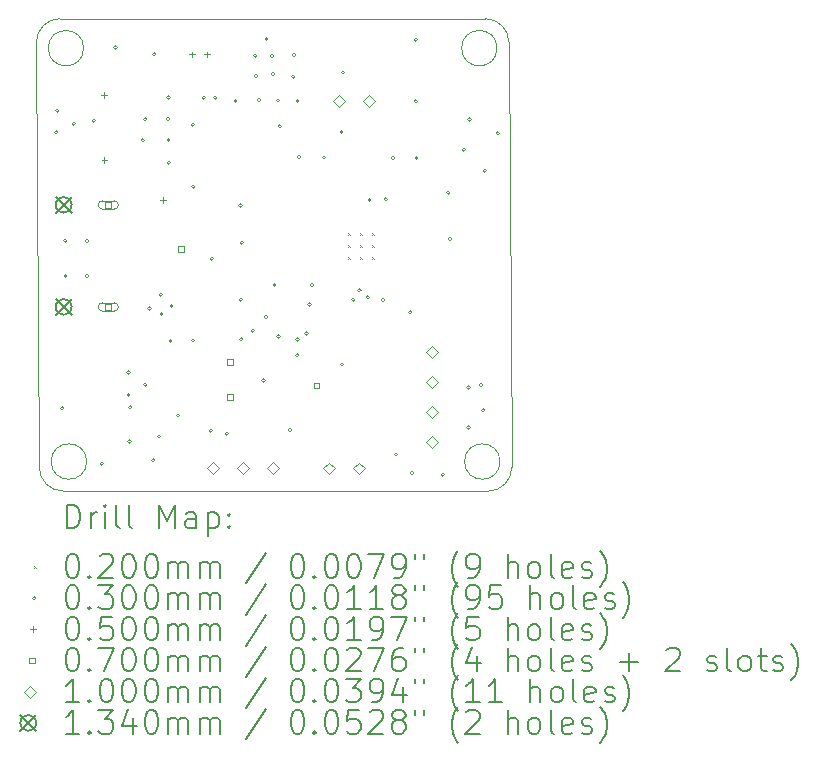
<source format=gbr>
%TF.GenerationSoftware,KiCad,Pcbnew,8.0.3*%
%TF.CreationDate,2025-03-18T19:22:53-05:00*%
%TF.ProjectId,wearable_v2_nrf,77656172-6162-46c6-955f-76325f6e7266,rev?*%
%TF.SameCoordinates,Original*%
%TF.FileFunction,Drillmap*%
%TF.FilePolarity,Positive*%
%FSLAX45Y45*%
G04 Gerber Fmt 4.5, Leading zero omitted, Abs format (unit mm)*
G04 Created by KiCad (PCBNEW 8.0.3) date 2025-03-18 19:22:53*
%MOMM*%
%LPD*%
G01*
G04 APERTURE LIST*
%ADD10C,0.050000*%
%ADD11C,0.200000*%
%ADD12C,0.100000*%
%ADD13C,0.134000*%
G04 APERTURE END LIST*
D10*
X8603921Y-5081421D02*
G75*
G02*
X8303921Y-5081421I-150000J0D01*
G01*
X8303921Y-5081421D02*
G75*
G02*
X8603921Y-5081421I150000J0D01*
G01*
X8628921Y-8581421D02*
G75*
G02*
X8328921Y-8581421I-150000J0D01*
G01*
X8328921Y-8581421D02*
G75*
G02*
X8628921Y-8581421I150000J0D01*
G01*
X8428921Y-8831421D02*
G75*
G02*
X8228919Y-8631421I-1J200001D01*
G01*
X12003921Y-4831421D02*
G75*
G02*
X12203919Y-5031421I-1J-199999D01*
G01*
X12128921Y-8581421D02*
G75*
G02*
X11828921Y-8581421I-150000J0D01*
G01*
X11828921Y-8581421D02*
G75*
G02*
X12128921Y-8581421I150000J0D01*
G01*
X8228921Y-8631421D02*
X8203921Y-5031421D01*
X12228921Y-8631421D02*
G75*
G02*
X12028921Y-8831421I-200001J1D01*
G01*
X12103921Y-5081421D02*
G75*
G02*
X11803921Y-5081421I-150000J0D01*
G01*
X11803921Y-5081421D02*
G75*
G02*
X12103921Y-5081421I150000J0D01*
G01*
X8203921Y-5031421D02*
G75*
G02*
X8403921Y-4831421I199999J1D01*
G01*
X8428921Y-8831421D02*
X12028921Y-8831421D01*
X8403921Y-4831421D02*
X12003921Y-4831421D01*
X12203921Y-5031421D02*
X12228921Y-8631421D01*
D11*
D12*
X10842500Y-6647500D02*
X10862500Y-6667500D01*
X10862500Y-6647500D02*
X10842500Y-6667500D01*
X10842500Y-6747500D02*
X10862500Y-6767500D01*
X10862500Y-6747500D02*
X10842500Y-6767500D01*
X10842500Y-6847500D02*
X10862500Y-6867500D01*
X10862500Y-6847500D02*
X10842500Y-6867500D01*
X10942500Y-6647500D02*
X10962500Y-6667500D01*
X10962500Y-6647500D02*
X10942500Y-6667500D01*
X10942500Y-6747500D02*
X10962500Y-6767500D01*
X10962500Y-6747500D02*
X10942500Y-6767500D01*
X10942500Y-6847500D02*
X10962500Y-6867500D01*
X10962500Y-6847500D02*
X10942500Y-6867500D01*
X11042500Y-6647500D02*
X11062500Y-6667500D01*
X11062500Y-6647500D02*
X11042500Y-6667500D01*
X11042500Y-6747500D02*
X11062500Y-6767500D01*
X11062500Y-6747500D02*
X11042500Y-6767500D01*
X11042500Y-6847500D02*
X11062500Y-6867500D01*
X11062500Y-6847500D02*
X11042500Y-6867500D01*
X8387500Y-5792500D02*
G75*
G02*
X8357500Y-5792500I-15000J0D01*
G01*
X8357500Y-5792500D02*
G75*
G02*
X8387500Y-5792500I15000J0D01*
G01*
X8395000Y-5612500D02*
G75*
G02*
X8365000Y-5612500I-15000J0D01*
G01*
X8365000Y-5612500D02*
G75*
G02*
X8395000Y-5612500I15000J0D01*
G01*
X8437500Y-8130000D02*
G75*
G02*
X8407500Y-8130000I-15000J0D01*
G01*
X8407500Y-8130000D02*
G75*
G02*
X8437500Y-8130000I15000J0D01*
G01*
X8462500Y-6712500D02*
G75*
G02*
X8432500Y-6712500I-15000J0D01*
G01*
X8432500Y-6712500D02*
G75*
G02*
X8462500Y-6712500I15000J0D01*
G01*
X8465000Y-7010000D02*
G75*
G02*
X8435000Y-7010000I-15000J0D01*
G01*
X8435000Y-7010000D02*
G75*
G02*
X8465000Y-7010000I15000J0D01*
G01*
X8535000Y-5720000D02*
G75*
G02*
X8505000Y-5720000I-15000J0D01*
G01*
X8505000Y-5720000D02*
G75*
G02*
X8535000Y-5720000I15000J0D01*
G01*
X8646250Y-6715000D02*
G75*
G02*
X8616250Y-6715000I-15000J0D01*
G01*
X8616250Y-6715000D02*
G75*
G02*
X8646250Y-6715000I15000J0D01*
G01*
X8646250Y-7010000D02*
G75*
G02*
X8616250Y-7010000I-15000J0D01*
G01*
X8616250Y-7010000D02*
G75*
G02*
X8646250Y-7010000I15000J0D01*
G01*
X8705000Y-5695000D02*
G75*
G02*
X8675000Y-5695000I-15000J0D01*
G01*
X8675000Y-5695000D02*
G75*
G02*
X8705000Y-5695000I15000J0D01*
G01*
X8772500Y-8600000D02*
G75*
G02*
X8742500Y-8600000I-15000J0D01*
G01*
X8742500Y-8600000D02*
G75*
G02*
X8772500Y-8600000I15000J0D01*
G01*
X8887500Y-5075000D02*
G75*
G02*
X8857500Y-5075000I-15000J0D01*
G01*
X8857500Y-5075000D02*
G75*
G02*
X8887500Y-5075000I15000J0D01*
G01*
X8997500Y-7827500D02*
G75*
G02*
X8967500Y-7827500I-15000J0D01*
G01*
X8967500Y-7827500D02*
G75*
G02*
X8997500Y-7827500I15000J0D01*
G01*
X9000000Y-8017500D02*
G75*
G02*
X8970000Y-8017500I-15000J0D01*
G01*
X8970000Y-8017500D02*
G75*
G02*
X9000000Y-8017500I15000J0D01*
G01*
X9007500Y-8412500D02*
G75*
G02*
X8977500Y-8412500I-15000J0D01*
G01*
X8977500Y-8412500D02*
G75*
G02*
X9007500Y-8412500I15000J0D01*
G01*
X9012500Y-8122500D02*
G75*
G02*
X8982500Y-8122500I-15000J0D01*
G01*
X8982500Y-8122500D02*
G75*
G02*
X9012500Y-8122500I15000J0D01*
G01*
X9120000Y-5862500D02*
G75*
G02*
X9090000Y-5862500I-15000J0D01*
G01*
X9090000Y-5862500D02*
G75*
G02*
X9120000Y-5862500I15000J0D01*
G01*
X9140000Y-5685000D02*
G75*
G02*
X9110000Y-5685000I-15000J0D01*
G01*
X9110000Y-5685000D02*
G75*
G02*
X9140000Y-5685000I15000J0D01*
G01*
X9140000Y-7930000D02*
G75*
G02*
X9110000Y-7930000I-15000J0D01*
G01*
X9110000Y-7930000D02*
G75*
G02*
X9140000Y-7930000I15000J0D01*
G01*
X9175000Y-7285000D02*
G75*
G02*
X9145000Y-7285000I-15000J0D01*
G01*
X9145000Y-7285000D02*
G75*
G02*
X9175000Y-7285000I15000J0D01*
G01*
X9210000Y-8570000D02*
G75*
G02*
X9180000Y-8570000I-15000J0D01*
G01*
X9180000Y-8570000D02*
G75*
G02*
X9210000Y-8570000I15000J0D01*
G01*
X9217500Y-5132500D02*
G75*
G02*
X9187500Y-5132500I-15000J0D01*
G01*
X9187500Y-5132500D02*
G75*
G02*
X9217500Y-5132500I15000J0D01*
G01*
X9257500Y-8370000D02*
G75*
G02*
X9227500Y-8370000I-15000J0D01*
G01*
X9227500Y-8370000D02*
G75*
G02*
X9257500Y-8370000I15000J0D01*
G01*
X9272500Y-7170000D02*
G75*
G02*
X9242500Y-7170000I-15000J0D01*
G01*
X9242500Y-7170000D02*
G75*
G02*
X9272500Y-7170000I15000J0D01*
G01*
X9277500Y-7332500D02*
G75*
G02*
X9247500Y-7332500I-15000J0D01*
G01*
X9247500Y-7332500D02*
G75*
G02*
X9277500Y-7332500I15000J0D01*
G01*
X9332500Y-5682500D02*
G75*
G02*
X9302500Y-5682500I-15000J0D01*
G01*
X9302500Y-5682500D02*
G75*
G02*
X9332500Y-5682500I15000J0D01*
G01*
X9337500Y-5497500D02*
G75*
G02*
X9307500Y-5497500I-15000J0D01*
G01*
X9307500Y-5497500D02*
G75*
G02*
X9337500Y-5497500I15000J0D01*
G01*
X9337500Y-5860000D02*
G75*
G02*
X9307500Y-5860000I-15000J0D01*
G01*
X9307500Y-5860000D02*
G75*
G02*
X9337500Y-5860000I15000J0D01*
G01*
X9340000Y-6052500D02*
G75*
G02*
X9310000Y-6052500I-15000J0D01*
G01*
X9310000Y-6052500D02*
G75*
G02*
X9340000Y-6052500I15000J0D01*
G01*
X9355000Y-7560000D02*
G75*
G02*
X9325000Y-7560000I-15000J0D01*
G01*
X9325000Y-7560000D02*
G75*
G02*
X9355000Y-7560000I15000J0D01*
G01*
X9362500Y-7265000D02*
G75*
G02*
X9332500Y-7265000I-15000J0D01*
G01*
X9332500Y-7265000D02*
G75*
G02*
X9362500Y-7265000I15000J0D01*
G01*
X9417500Y-8190000D02*
G75*
G02*
X9387500Y-8190000I-15000J0D01*
G01*
X9387500Y-8190000D02*
G75*
G02*
X9417500Y-8190000I15000J0D01*
G01*
X9542500Y-5730000D02*
G75*
G02*
X9512500Y-5730000I-15000J0D01*
G01*
X9512500Y-5730000D02*
G75*
G02*
X9542500Y-5730000I15000J0D01*
G01*
X9545000Y-7555000D02*
G75*
G02*
X9515000Y-7555000I-15000J0D01*
G01*
X9515000Y-7555000D02*
G75*
G02*
X9545000Y-7555000I15000J0D01*
G01*
X9547500Y-6255000D02*
G75*
G02*
X9517500Y-6255000I-15000J0D01*
G01*
X9517500Y-6255000D02*
G75*
G02*
X9547500Y-6255000I15000J0D01*
G01*
X9635000Y-5502500D02*
G75*
G02*
X9605000Y-5502500I-15000J0D01*
G01*
X9605000Y-5502500D02*
G75*
G02*
X9635000Y-5502500I15000J0D01*
G01*
X9695000Y-8320000D02*
G75*
G02*
X9665000Y-8320000I-15000J0D01*
G01*
X9665000Y-8320000D02*
G75*
G02*
X9695000Y-8320000I15000J0D01*
G01*
X9702500Y-6865000D02*
G75*
G02*
X9672500Y-6865000I-15000J0D01*
G01*
X9672500Y-6865000D02*
G75*
G02*
X9702500Y-6865000I15000J0D01*
G01*
X9731250Y-5501250D02*
G75*
G02*
X9701250Y-5501250I-15000J0D01*
G01*
X9701250Y-5501250D02*
G75*
G02*
X9731250Y-5501250I15000J0D01*
G01*
X9830000Y-8345000D02*
G75*
G02*
X9800000Y-8345000I-15000J0D01*
G01*
X9800000Y-8345000D02*
G75*
G02*
X9830000Y-8345000I15000J0D01*
G01*
X9905000Y-5527500D02*
G75*
G02*
X9875000Y-5527500I-15000J0D01*
G01*
X9875000Y-5527500D02*
G75*
G02*
X9905000Y-5527500I15000J0D01*
G01*
X9947500Y-6415000D02*
G75*
G02*
X9917500Y-6415000I-15000J0D01*
G01*
X9917500Y-6415000D02*
G75*
G02*
X9947500Y-6415000I15000J0D01*
G01*
X9949755Y-7211250D02*
G75*
G02*
X9919755Y-7211250I-15000J0D01*
G01*
X9919755Y-7211250D02*
G75*
G02*
X9949755Y-7211250I15000J0D01*
G01*
X9952500Y-7545000D02*
G75*
G02*
X9922500Y-7545000I-15000J0D01*
G01*
X9922500Y-7545000D02*
G75*
G02*
X9952500Y-7545000I15000J0D01*
G01*
X9957500Y-6727500D02*
G75*
G02*
X9927500Y-6727500I-15000J0D01*
G01*
X9927500Y-6727500D02*
G75*
G02*
X9957500Y-6727500I15000J0D01*
G01*
X10050000Y-7475000D02*
G75*
G02*
X10020000Y-7475000I-15000J0D01*
G01*
X10020000Y-7475000D02*
G75*
G02*
X10050000Y-7475000I15000J0D01*
G01*
X10072500Y-5145000D02*
G75*
G02*
X10042500Y-5145000I-15000J0D01*
G01*
X10042500Y-5145000D02*
G75*
G02*
X10072500Y-5145000I15000J0D01*
G01*
X10077500Y-5317500D02*
G75*
G02*
X10047500Y-5317500I-15000J0D01*
G01*
X10047500Y-5317500D02*
G75*
G02*
X10077500Y-5317500I15000J0D01*
G01*
X10102500Y-5520000D02*
G75*
G02*
X10072500Y-5520000I-15000J0D01*
G01*
X10072500Y-5520000D02*
G75*
G02*
X10102500Y-5520000I15000J0D01*
G01*
X10140000Y-7895000D02*
G75*
G02*
X10110000Y-7895000I-15000J0D01*
G01*
X10110000Y-7895000D02*
G75*
G02*
X10140000Y-7895000I15000J0D01*
G01*
X10162500Y-7357500D02*
G75*
G02*
X10132500Y-7357500I-15000J0D01*
G01*
X10132500Y-7357500D02*
G75*
G02*
X10162500Y-7357500I15000J0D01*
G01*
X10167500Y-5005000D02*
G75*
G02*
X10137500Y-5005000I-15000J0D01*
G01*
X10137500Y-5005000D02*
G75*
G02*
X10167500Y-5005000I15000J0D01*
G01*
X10215000Y-5147500D02*
G75*
G02*
X10185000Y-5147500I-15000J0D01*
G01*
X10185000Y-5147500D02*
G75*
G02*
X10215000Y-5147500I15000J0D01*
G01*
X10220000Y-5300000D02*
G75*
G02*
X10190000Y-5300000I-15000J0D01*
G01*
X10190000Y-5300000D02*
G75*
G02*
X10220000Y-5300000I15000J0D01*
G01*
X10235000Y-7087500D02*
G75*
G02*
X10205000Y-7087500I-15000J0D01*
G01*
X10205000Y-7087500D02*
G75*
G02*
X10235000Y-7087500I15000J0D01*
G01*
X10265000Y-5525000D02*
G75*
G02*
X10235000Y-5525000I-15000J0D01*
G01*
X10235000Y-5525000D02*
G75*
G02*
X10265000Y-5525000I15000J0D01*
G01*
X10267500Y-7522500D02*
G75*
G02*
X10237500Y-7522500I-15000J0D01*
G01*
X10237500Y-7522500D02*
G75*
G02*
X10267500Y-7522500I15000J0D01*
G01*
X10277500Y-5742500D02*
G75*
G02*
X10247500Y-5742500I-15000J0D01*
G01*
X10247500Y-5742500D02*
G75*
G02*
X10277500Y-5742500I15000J0D01*
G01*
X10365000Y-8315000D02*
G75*
G02*
X10335000Y-8315000I-15000J0D01*
G01*
X10335000Y-8315000D02*
G75*
G02*
X10365000Y-8315000I15000J0D01*
G01*
X10392500Y-5322500D02*
G75*
G02*
X10362500Y-5322500I-15000J0D01*
G01*
X10362500Y-5322500D02*
G75*
G02*
X10392500Y-5322500I15000J0D01*
G01*
X10400000Y-5140000D02*
G75*
G02*
X10370000Y-5140000I-15000J0D01*
G01*
X10370000Y-5140000D02*
G75*
G02*
X10400000Y-5140000I15000J0D01*
G01*
X10427500Y-7680000D02*
G75*
G02*
X10397500Y-7680000I-15000J0D01*
G01*
X10397500Y-7680000D02*
G75*
G02*
X10427500Y-7680000I15000J0D01*
G01*
X10430000Y-5527500D02*
G75*
G02*
X10400000Y-5527500I-15000J0D01*
G01*
X10400000Y-5527500D02*
G75*
G02*
X10430000Y-5527500I15000J0D01*
G01*
X10430000Y-7547500D02*
G75*
G02*
X10400000Y-7547500I-15000J0D01*
G01*
X10400000Y-7547500D02*
G75*
G02*
X10430000Y-7547500I15000J0D01*
G01*
X10442500Y-6003750D02*
G75*
G02*
X10412500Y-6003750I-15000J0D01*
G01*
X10412500Y-6003750D02*
G75*
G02*
X10442500Y-6003750I15000J0D01*
G01*
X10505000Y-7497500D02*
G75*
G02*
X10475000Y-7497500I-15000J0D01*
G01*
X10475000Y-7497500D02*
G75*
G02*
X10505000Y-7497500I15000J0D01*
G01*
X10532500Y-7252500D02*
G75*
G02*
X10502500Y-7252500I-15000J0D01*
G01*
X10502500Y-7252500D02*
G75*
G02*
X10532500Y-7252500I15000J0D01*
G01*
X10552500Y-7087500D02*
G75*
G02*
X10522500Y-7087500I-15000J0D01*
G01*
X10522500Y-7087500D02*
G75*
G02*
X10552500Y-7087500I15000J0D01*
G01*
X10655000Y-6007500D02*
G75*
G02*
X10625000Y-6007500I-15000J0D01*
G01*
X10625000Y-6007500D02*
G75*
G02*
X10655000Y-6007500I15000J0D01*
G01*
X10802500Y-5790000D02*
G75*
G02*
X10772500Y-5790000I-15000J0D01*
G01*
X10772500Y-5790000D02*
G75*
G02*
X10802500Y-5790000I15000J0D01*
G01*
X10807500Y-7760000D02*
G75*
G02*
X10777500Y-7760000I-15000J0D01*
G01*
X10777500Y-7760000D02*
G75*
G02*
X10807500Y-7760000I15000J0D01*
G01*
X10815000Y-5287500D02*
G75*
G02*
X10785000Y-5287500I-15000J0D01*
G01*
X10785000Y-5287500D02*
G75*
G02*
X10815000Y-5287500I15000J0D01*
G01*
X10902500Y-7212500D02*
G75*
G02*
X10872500Y-7212500I-15000J0D01*
G01*
X10872500Y-7212500D02*
G75*
G02*
X10902500Y-7212500I15000J0D01*
G01*
X10952500Y-7132776D02*
G75*
G02*
X10922500Y-7132776I-15000J0D01*
G01*
X10922500Y-7132776D02*
G75*
G02*
X10952500Y-7132776I15000J0D01*
G01*
X11022500Y-7190000D02*
G75*
G02*
X10992500Y-7190000I-15000J0D01*
G01*
X10992500Y-7190000D02*
G75*
G02*
X11022500Y-7190000I15000J0D01*
G01*
X11040000Y-6367500D02*
G75*
G02*
X11010000Y-6367500I-15000J0D01*
G01*
X11010000Y-6367500D02*
G75*
G02*
X11040000Y-6367500I15000J0D01*
G01*
X11152500Y-7212500D02*
G75*
G02*
X11122500Y-7212500I-15000J0D01*
G01*
X11122500Y-7212500D02*
G75*
G02*
X11152500Y-7212500I15000J0D01*
G01*
X11177500Y-6360000D02*
G75*
G02*
X11147500Y-6360000I-15000J0D01*
G01*
X11147500Y-6360000D02*
G75*
G02*
X11177500Y-6360000I15000J0D01*
G01*
X11237500Y-6010000D02*
G75*
G02*
X11207500Y-6010000I-15000J0D01*
G01*
X11207500Y-6010000D02*
G75*
G02*
X11237500Y-6010000I15000J0D01*
G01*
X11262500Y-8522500D02*
G75*
G02*
X11232500Y-8522500I-15000J0D01*
G01*
X11232500Y-8522500D02*
G75*
G02*
X11262500Y-8522500I15000J0D01*
G01*
X11382500Y-7317500D02*
G75*
G02*
X11352500Y-7317500I-15000J0D01*
G01*
X11352500Y-7317500D02*
G75*
G02*
X11382500Y-7317500I15000J0D01*
G01*
X11400000Y-8677500D02*
G75*
G02*
X11370000Y-8677500I-15000J0D01*
G01*
X11370000Y-8677500D02*
G75*
G02*
X11400000Y-8677500I15000J0D01*
G01*
X11430000Y-5010000D02*
G75*
G02*
X11400000Y-5010000I-15000J0D01*
G01*
X11400000Y-5010000D02*
G75*
G02*
X11430000Y-5010000I15000J0D01*
G01*
X11430000Y-5530000D02*
G75*
G02*
X11400000Y-5530000I-15000J0D01*
G01*
X11400000Y-5530000D02*
G75*
G02*
X11430000Y-5530000I15000J0D01*
G01*
X11437500Y-6012500D02*
G75*
G02*
X11407500Y-6012500I-15000J0D01*
G01*
X11407500Y-6012500D02*
G75*
G02*
X11437500Y-6012500I15000J0D01*
G01*
X11659069Y-8692245D02*
G75*
G02*
X11629069Y-8692245I-15000J0D01*
G01*
X11629069Y-8692245D02*
G75*
G02*
X11659069Y-8692245I15000J0D01*
G01*
X11704350Y-6305750D02*
G75*
G02*
X11674350Y-6305750I-15000J0D01*
G01*
X11674350Y-6305750D02*
G75*
G02*
X11704350Y-6305750I15000J0D01*
G01*
X11722500Y-6697500D02*
G75*
G02*
X11692500Y-6697500I-15000J0D01*
G01*
X11692500Y-6697500D02*
G75*
G02*
X11722500Y-6697500I15000J0D01*
G01*
X11835650Y-5941950D02*
G75*
G02*
X11805650Y-5941950I-15000J0D01*
G01*
X11805650Y-5941950D02*
G75*
G02*
X11835650Y-5941950I15000J0D01*
G01*
X11877500Y-7955000D02*
G75*
G02*
X11847500Y-7955000I-15000J0D01*
G01*
X11847500Y-7955000D02*
G75*
G02*
X11877500Y-7955000I15000J0D01*
G01*
X11877500Y-8292500D02*
G75*
G02*
X11847500Y-8292500I-15000J0D01*
G01*
X11847500Y-8292500D02*
G75*
G02*
X11877500Y-8292500I15000J0D01*
G01*
X11885000Y-5685000D02*
G75*
G02*
X11855000Y-5685000I-15000J0D01*
G01*
X11855000Y-5685000D02*
G75*
G02*
X11885000Y-5685000I15000J0D01*
G01*
X11982500Y-7932500D02*
G75*
G02*
X11952500Y-7932500I-15000J0D01*
G01*
X11952500Y-7932500D02*
G75*
G02*
X11982500Y-7932500I15000J0D01*
G01*
X12002951Y-8147766D02*
G75*
G02*
X11972951Y-8147766I-15000J0D01*
G01*
X11972951Y-8147766D02*
G75*
G02*
X12002951Y-8147766I15000J0D01*
G01*
X12013150Y-6119450D02*
G75*
G02*
X11983150Y-6119450I-15000J0D01*
G01*
X11983150Y-6119450D02*
G75*
G02*
X12013150Y-6119450I15000J0D01*
G01*
X12125000Y-5800000D02*
G75*
G02*
X12095000Y-5800000I-15000J0D01*
G01*
X12095000Y-5800000D02*
G75*
G02*
X12125000Y-5800000I15000J0D01*
G01*
X8775000Y-5452500D02*
X8775000Y-5502500D01*
X8750000Y-5477500D02*
X8800000Y-5477500D01*
X8780000Y-6000000D02*
X8780000Y-6050000D01*
X8755000Y-6025000D02*
X8805000Y-6025000D01*
X9272500Y-6342500D02*
X9272500Y-6392500D01*
X9247500Y-6367500D02*
X9297500Y-6367500D01*
X9525000Y-5110000D02*
X9525000Y-5160000D01*
X9500000Y-5135000D02*
X9550000Y-5135000D01*
X9650000Y-5110000D02*
X9650000Y-5160000D01*
X9625000Y-5135000D02*
X9675000Y-5135000D01*
X8836599Y-6432949D02*
X8836599Y-6383451D01*
X8787101Y-6383451D01*
X8787101Y-6432949D01*
X8836599Y-6432949D01*
X8861850Y-6373200D02*
X8761850Y-6373200D01*
X8761850Y-6443200D02*
G75*
G02*
X8761850Y-6373200I0J35000D01*
G01*
X8761850Y-6443200D02*
X8861850Y-6443200D01*
X8861850Y-6443200D02*
G75*
G03*
X8861850Y-6373200I0J35000D01*
G01*
X8836599Y-7296549D02*
X8836599Y-7247051D01*
X8787101Y-7247051D01*
X8787101Y-7296549D01*
X8836599Y-7296549D01*
X8861850Y-7236800D02*
X8761850Y-7236800D01*
X8761850Y-7306800D02*
G75*
G02*
X8761850Y-7236800I0J35000D01*
G01*
X8761850Y-7306800D02*
X8861850Y-7306800D01*
X8861850Y-7306800D02*
G75*
G03*
X8861850Y-7236800I0J35000D01*
G01*
X9452249Y-6807249D02*
X9452249Y-6757751D01*
X9402751Y-6757751D01*
X9402751Y-6807249D01*
X9452249Y-6807249D01*
X9864749Y-8062249D02*
X9864749Y-8012751D01*
X9815251Y-8012751D01*
X9815251Y-8062249D01*
X9864749Y-8062249D01*
X9869749Y-7762249D02*
X9869749Y-7712751D01*
X9820251Y-7712751D01*
X9820251Y-7762249D01*
X9869749Y-7762249D01*
X10599749Y-7962249D02*
X10599749Y-7912751D01*
X10550251Y-7912751D01*
X10550251Y-7962249D01*
X10599749Y-7962249D01*
X9702000Y-8685000D02*
X9752000Y-8635000D01*
X9702000Y-8585000D01*
X9652000Y-8635000D01*
X9702000Y-8685000D01*
X9956000Y-8685000D02*
X10006000Y-8635000D01*
X9956000Y-8585000D01*
X9906000Y-8635000D01*
X9956000Y-8685000D01*
X10210000Y-8685000D02*
X10260000Y-8635000D01*
X10210000Y-8585000D01*
X10160000Y-8635000D01*
X10210000Y-8685000D01*
X10682500Y-8690000D02*
X10732500Y-8640000D01*
X10682500Y-8590000D01*
X10632500Y-8640000D01*
X10682500Y-8690000D01*
X10766000Y-5577500D02*
X10816000Y-5527500D01*
X10766000Y-5477500D01*
X10716000Y-5527500D01*
X10766000Y-5577500D01*
X10936500Y-8690000D02*
X10986500Y-8640000D01*
X10936500Y-8590000D01*
X10886500Y-8640000D01*
X10936500Y-8690000D01*
X11020000Y-5577500D02*
X11070000Y-5527500D01*
X11020000Y-5477500D01*
X10970000Y-5527500D01*
X11020000Y-5577500D01*
X11555000Y-7704500D02*
X11605000Y-7654500D01*
X11555000Y-7604500D01*
X11505000Y-7654500D01*
X11555000Y-7704500D01*
X11555000Y-7958500D02*
X11605000Y-7908500D01*
X11555000Y-7858500D01*
X11505000Y-7908500D01*
X11555000Y-7958500D01*
X11555000Y-8212500D02*
X11605000Y-8162500D01*
X11555000Y-8112500D01*
X11505000Y-8162500D01*
X11555000Y-8212500D01*
X11555000Y-8466500D02*
X11605000Y-8416500D01*
X11555000Y-8366500D01*
X11505000Y-8416500D01*
X11555000Y-8466500D01*
D13*
X8367750Y-6341000D02*
X8501750Y-6475000D01*
X8501750Y-6341000D02*
X8367750Y-6475000D01*
X8501750Y-6408000D02*
G75*
G02*
X8367750Y-6408000I-67000J0D01*
G01*
X8367750Y-6408000D02*
G75*
G02*
X8501750Y-6408000I67000J0D01*
G01*
X8367750Y-7205000D02*
X8501750Y-7339000D01*
X8501750Y-7205000D02*
X8367750Y-7339000D01*
X8501750Y-7272000D02*
G75*
G02*
X8367750Y-7272000I-67000J0D01*
G01*
X8367750Y-7272000D02*
G75*
G02*
X8501750Y-7272000I67000J0D01*
G01*
D11*
X8462198Y-9145405D02*
X8462198Y-8945405D01*
X8462198Y-8945405D02*
X8509817Y-8945405D01*
X8509817Y-8945405D02*
X8538389Y-8954929D01*
X8538389Y-8954929D02*
X8557436Y-8973977D01*
X8557436Y-8973977D02*
X8566960Y-8993024D01*
X8566960Y-8993024D02*
X8576484Y-9031119D01*
X8576484Y-9031119D02*
X8576484Y-9059691D01*
X8576484Y-9059691D02*
X8566960Y-9097786D01*
X8566960Y-9097786D02*
X8557436Y-9116834D01*
X8557436Y-9116834D02*
X8538389Y-9135881D01*
X8538389Y-9135881D02*
X8509817Y-9145405D01*
X8509817Y-9145405D02*
X8462198Y-9145405D01*
X8662198Y-9145405D02*
X8662198Y-9012072D01*
X8662198Y-9050167D02*
X8671722Y-9031119D01*
X8671722Y-9031119D02*
X8681246Y-9021596D01*
X8681246Y-9021596D02*
X8700293Y-9012072D01*
X8700293Y-9012072D02*
X8719341Y-9012072D01*
X8786008Y-9145405D02*
X8786008Y-9012072D01*
X8786008Y-8945405D02*
X8776484Y-8954929D01*
X8776484Y-8954929D02*
X8786008Y-8964453D01*
X8786008Y-8964453D02*
X8795532Y-8954929D01*
X8795532Y-8954929D02*
X8786008Y-8945405D01*
X8786008Y-8945405D02*
X8786008Y-8964453D01*
X8909817Y-9145405D02*
X8890770Y-9135881D01*
X8890770Y-9135881D02*
X8881246Y-9116834D01*
X8881246Y-9116834D02*
X8881246Y-8945405D01*
X9014579Y-9145405D02*
X8995532Y-9135881D01*
X8995532Y-9135881D02*
X8986008Y-9116834D01*
X8986008Y-9116834D02*
X8986008Y-8945405D01*
X9243151Y-9145405D02*
X9243151Y-8945405D01*
X9243151Y-8945405D02*
X9309817Y-9088262D01*
X9309817Y-9088262D02*
X9376484Y-8945405D01*
X9376484Y-8945405D02*
X9376484Y-9145405D01*
X9557436Y-9145405D02*
X9557436Y-9040643D01*
X9557436Y-9040643D02*
X9547913Y-9021596D01*
X9547913Y-9021596D02*
X9528865Y-9012072D01*
X9528865Y-9012072D02*
X9490770Y-9012072D01*
X9490770Y-9012072D02*
X9471722Y-9021596D01*
X9557436Y-9135881D02*
X9538389Y-9145405D01*
X9538389Y-9145405D02*
X9490770Y-9145405D01*
X9490770Y-9145405D02*
X9471722Y-9135881D01*
X9471722Y-9135881D02*
X9462198Y-9116834D01*
X9462198Y-9116834D02*
X9462198Y-9097786D01*
X9462198Y-9097786D02*
X9471722Y-9078739D01*
X9471722Y-9078739D02*
X9490770Y-9069215D01*
X9490770Y-9069215D02*
X9538389Y-9069215D01*
X9538389Y-9069215D02*
X9557436Y-9059691D01*
X9652674Y-9012072D02*
X9652674Y-9212072D01*
X9652674Y-9021596D02*
X9671722Y-9012072D01*
X9671722Y-9012072D02*
X9709817Y-9012072D01*
X9709817Y-9012072D02*
X9728865Y-9021596D01*
X9728865Y-9021596D02*
X9738389Y-9031119D01*
X9738389Y-9031119D02*
X9747913Y-9050167D01*
X9747913Y-9050167D02*
X9747913Y-9107310D01*
X9747913Y-9107310D02*
X9738389Y-9126358D01*
X9738389Y-9126358D02*
X9728865Y-9135881D01*
X9728865Y-9135881D02*
X9709817Y-9145405D01*
X9709817Y-9145405D02*
X9671722Y-9145405D01*
X9671722Y-9145405D02*
X9652674Y-9135881D01*
X9833627Y-9126358D02*
X9843151Y-9135881D01*
X9843151Y-9135881D02*
X9833627Y-9145405D01*
X9833627Y-9145405D02*
X9824103Y-9135881D01*
X9824103Y-9135881D02*
X9833627Y-9126358D01*
X9833627Y-9126358D02*
X9833627Y-9145405D01*
X9833627Y-9021596D02*
X9843151Y-9031119D01*
X9843151Y-9031119D02*
X9833627Y-9040643D01*
X9833627Y-9040643D02*
X9824103Y-9031119D01*
X9824103Y-9031119D02*
X9833627Y-9021596D01*
X9833627Y-9021596D02*
X9833627Y-9040643D01*
D12*
X8181421Y-9463921D02*
X8201421Y-9483921D01*
X8201421Y-9463921D02*
X8181421Y-9483921D01*
D11*
X8500293Y-9365405D02*
X8519341Y-9365405D01*
X8519341Y-9365405D02*
X8538389Y-9374929D01*
X8538389Y-9374929D02*
X8547913Y-9384453D01*
X8547913Y-9384453D02*
X8557436Y-9403500D01*
X8557436Y-9403500D02*
X8566960Y-9441596D01*
X8566960Y-9441596D02*
X8566960Y-9489215D01*
X8566960Y-9489215D02*
X8557436Y-9527310D01*
X8557436Y-9527310D02*
X8547913Y-9546358D01*
X8547913Y-9546358D02*
X8538389Y-9555881D01*
X8538389Y-9555881D02*
X8519341Y-9565405D01*
X8519341Y-9565405D02*
X8500293Y-9565405D01*
X8500293Y-9565405D02*
X8481246Y-9555881D01*
X8481246Y-9555881D02*
X8471722Y-9546358D01*
X8471722Y-9546358D02*
X8462198Y-9527310D01*
X8462198Y-9527310D02*
X8452674Y-9489215D01*
X8452674Y-9489215D02*
X8452674Y-9441596D01*
X8452674Y-9441596D02*
X8462198Y-9403500D01*
X8462198Y-9403500D02*
X8471722Y-9384453D01*
X8471722Y-9384453D02*
X8481246Y-9374929D01*
X8481246Y-9374929D02*
X8500293Y-9365405D01*
X8652674Y-9546358D02*
X8662198Y-9555881D01*
X8662198Y-9555881D02*
X8652674Y-9565405D01*
X8652674Y-9565405D02*
X8643151Y-9555881D01*
X8643151Y-9555881D02*
X8652674Y-9546358D01*
X8652674Y-9546358D02*
X8652674Y-9565405D01*
X8738389Y-9384453D02*
X8747913Y-9374929D01*
X8747913Y-9374929D02*
X8766960Y-9365405D01*
X8766960Y-9365405D02*
X8814579Y-9365405D01*
X8814579Y-9365405D02*
X8833627Y-9374929D01*
X8833627Y-9374929D02*
X8843151Y-9384453D01*
X8843151Y-9384453D02*
X8852674Y-9403500D01*
X8852674Y-9403500D02*
X8852674Y-9422548D01*
X8852674Y-9422548D02*
X8843151Y-9451119D01*
X8843151Y-9451119D02*
X8728865Y-9565405D01*
X8728865Y-9565405D02*
X8852674Y-9565405D01*
X8976484Y-9365405D02*
X8995532Y-9365405D01*
X8995532Y-9365405D02*
X9014579Y-9374929D01*
X9014579Y-9374929D02*
X9024103Y-9384453D01*
X9024103Y-9384453D02*
X9033627Y-9403500D01*
X9033627Y-9403500D02*
X9043151Y-9441596D01*
X9043151Y-9441596D02*
X9043151Y-9489215D01*
X9043151Y-9489215D02*
X9033627Y-9527310D01*
X9033627Y-9527310D02*
X9024103Y-9546358D01*
X9024103Y-9546358D02*
X9014579Y-9555881D01*
X9014579Y-9555881D02*
X8995532Y-9565405D01*
X8995532Y-9565405D02*
X8976484Y-9565405D01*
X8976484Y-9565405D02*
X8957436Y-9555881D01*
X8957436Y-9555881D02*
X8947913Y-9546358D01*
X8947913Y-9546358D02*
X8938389Y-9527310D01*
X8938389Y-9527310D02*
X8928865Y-9489215D01*
X8928865Y-9489215D02*
X8928865Y-9441596D01*
X8928865Y-9441596D02*
X8938389Y-9403500D01*
X8938389Y-9403500D02*
X8947913Y-9384453D01*
X8947913Y-9384453D02*
X8957436Y-9374929D01*
X8957436Y-9374929D02*
X8976484Y-9365405D01*
X9166960Y-9365405D02*
X9186008Y-9365405D01*
X9186008Y-9365405D02*
X9205055Y-9374929D01*
X9205055Y-9374929D02*
X9214579Y-9384453D01*
X9214579Y-9384453D02*
X9224103Y-9403500D01*
X9224103Y-9403500D02*
X9233627Y-9441596D01*
X9233627Y-9441596D02*
X9233627Y-9489215D01*
X9233627Y-9489215D02*
X9224103Y-9527310D01*
X9224103Y-9527310D02*
X9214579Y-9546358D01*
X9214579Y-9546358D02*
X9205055Y-9555881D01*
X9205055Y-9555881D02*
X9186008Y-9565405D01*
X9186008Y-9565405D02*
X9166960Y-9565405D01*
X9166960Y-9565405D02*
X9147913Y-9555881D01*
X9147913Y-9555881D02*
X9138389Y-9546358D01*
X9138389Y-9546358D02*
X9128865Y-9527310D01*
X9128865Y-9527310D02*
X9119341Y-9489215D01*
X9119341Y-9489215D02*
X9119341Y-9441596D01*
X9119341Y-9441596D02*
X9128865Y-9403500D01*
X9128865Y-9403500D02*
X9138389Y-9384453D01*
X9138389Y-9384453D02*
X9147913Y-9374929D01*
X9147913Y-9374929D02*
X9166960Y-9365405D01*
X9319341Y-9565405D02*
X9319341Y-9432072D01*
X9319341Y-9451119D02*
X9328865Y-9441596D01*
X9328865Y-9441596D02*
X9347913Y-9432072D01*
X9347913Y-9432072D02*
X9376484Y-9432072D01*
X9376484Y-9432072D02*
X9395532Y-9441596D01*
X9395532Y-9441596D02*
X9405055Y-9460643D01*
X9405055Y-9460643D02*
X9405055Y-9565405D01*
X9405055Y-9460643D02*
X9414579Y-9441596D01*
X9414579Y-9441596D02*
X9433627Y-9432072D01*
X9433627Y-9432072D02*
X9462198Y-9432072D01*
X9462198Y-9432072D02*
X9481246Y-9441596D01*
X9481246Y-9441596D02*
X9490770Y-9460643D01*
X9490770Y-9460643D02*
X9490770Y-9565405D01*
X9586008Y-9565405D02*
X9586008Y-9432072D01*
X9586008Y-9451119D02*
X9595532Y-9441596D01*
X9595532Y-9441596D02*
X9614579Y-9432072D01*
X9614579Y-9432072D02*
X9643151Y-9432072D01*
X9643151Y-9432072D02*
X9662198Y-9441596D01*
X9662198Y-9441596D02*
X9671722Y-9460643D01*
X9671722Y-9460643D02*
X9671722Y-9565405D01*
X9671722Y-9460643D02*
X9681246Y-9441596D01*
X9681246Y-9441596D02*
X9700294Y-9432072D01*
X9700294Y-9432072D02*
X9728865Y-9432072D01*
X9728865Y-9432072D02*
X9747913Y-9441596D01*
X9747913Y-9441596D02*
X9757436Y-9460643D01*
X9757436Y-9460643D02*
X9757436Y-9565405D01*
X10147913Y-9355881D02*
X9976484Y-9613024D01*
X10405056Y-9365405D02*
X10424103Y-9365405D01*
X10424103Y-9365405D02*
X10443151Y-9374929D01*
X10443151Y-9374929D02*
X10452675Y-9384453D01*
X10452675Y-9384453D02*
X10462198Y-9403500D01*
X10462198Y-9403500D02*
X10471722Y-9441596D01*
X10471722Y-9441596D02*
X10471722Y-9489215D01*
X10471722Y-9489215D02*
X10462198Y-9527310D01*
X10462198Y-9527310D02*
X10452675Y-9546358D01*
X10452675Y-9546358D02*
X10443151Y-9555881D01*
X10443151Y-9555881D02*
X10424103Y-9565405D01*
X10424103Y-9565405D02*
X10405056Y-9565405D01*
X10405056Y-9565405D02*
X10386008Y-9555881D01*
X10386008Y-9555881D02*
X10376484Y-9546358D01*
X10376484Y-9546358D02*
X10366960Y-9527310D01*
X10366960Y-9527310D02*
X10357437Y-9489215D01*
X10357437Y-9489215D02*
X10357437Y-9441596D01*
X10357437Y-9441596D02*
X10366960Y-9403500D01*
X10366960Y-9403500D02*
X10376484Y-9384453D01*
X10376484Y-9384453D02*
X10386008Y-9374929D01*
X10386008Y-9374929D02*
X10405056Y-9365405D01*
X10557437Y-9546358D02*
X10566960Y-9555881D01*
X10566960Y-9555881D02*
X10557437Y-9565405D01*
X10557437Y-9565405D02*
X10547913Y-9555881D01*
X10547913Y-9555881D02*
X10557437Y-9546358D01*
X10557437Y-9546358D02*
X10557437Y-9565405D01*
X10690770Y-9365405D02*
X10709818Y-9365405D01*
X10709818Y-9365405D02*
X10728865Y-9374929D01*
X10728865Y-9374929D02*
X10738389Y-9384453D01*
X10738389Y-9384453D02*
X10747913Y-9403500D01*
X10747913Y-9403500D02*
X10757437Y-9441596D01*
X10757437Y-9441596D02*
X10757437Y-9489215D01*
X10757437Y-9489215D02*
X10747913Y-9527310D01*
X10747913Y-9527310D02*
X10738389Y-9546358D01*
X10738389Y-9546358D02*
X10728865Y-9555881D01*
X10728865Y-9555881D02*
X10709818Y-9565405D01*
X10709818Y-9565405D02*
X10690770Y-9565405D01*
X10690770Y-9565405D02*
X10671722Y-9555881D01*
X10671722Y-9555881D02*
X10662198Y-9546358D01*
X10662198Y-9546358D02*
X10652675Y-9527310D01*
X10652675Y-9527310D02*
X10643151Y-9489215D01*
X10643151Y-9489215D02*
X10643151Y-9441596D01*
X10643151Y-9441596D02*
X10652675Y-9403500D01*
X10652675Y-9403500D02*
X10662198Y-9384453D01*
X10662198Y-9384453D02*
X10671722Y-9374929D01*
X10671722Y-9374929D02*
X10690770Y-9365405D01*
X10881246Y-9365405D02*
X10900294Y-9365405D01*
X10900294Y-9365405D02*
X10919341Y-9374929D01*
X10919341Y-9374929D02*
X10928865Y-9384453D01*
X10928865Y-9384453D02*
X10938389Y-9403500D01*
X10938389Y-9403500D02*
X10947913Y-9441596D01*
X10947913Y-9441596D02*
X10947913Y-9489215D01*
X10947913Y-9489215D02*
X10938389Y-9527310D01*
X10938389Y-9527310D02*
X10928865Y-9546358D01*
X10928865Y-9546358D02*
X10919341Y-9555881D01*
X10919341Y-9555881D02*
X10900294Y-9565405D01*
X10900294Y-9565405D02*
X10881246Y-9565405D01*
X10881246Y-9565405D02*
X10862198Y-9555881D01*
X10862198Y-9555881D02*
X10852675Y-9546358D01*
X10852675Y-9546358D02*
X10843151Y-9527310D01*
X10843151Y-9527310D02*
X10833627Y-9489215D01*
X10833627Y-9489215D02*
X10833627Y-9441596D01*
X10833627Y-9441596D02*
X10843151Y-9403500D01*
X10843151Y-9403500D02*
X10852675Y-9384453D01*
X10852675Y-9384453D02*
X10862198Y-9374929D01*
X10862198Y-9374929D02*
X10881246Y-9365405D01*
X11014579Y-9365405D02*
X11147913Y-9365405D01*
X11147913Y-9365405D02*
X11062198Y-9565405D01*
X11233627Y-9565405D02*
X11271722Y-9565405D01*
X11271722Y-9565405D02*
X11290770Y-9555881D01*
X11290770Y-9555881D02*
X11300294Y-9546358D01*
X11300294Y-9546358D02*
X11319341Y-9517786D01*
X11319341Y-9517786D02*
X11328865Y-9479691D01*
X11328865Y-9479691D02*
X11328865Y-9403500D01*
X11328865Y-9403500D02*
X11319341Y-9384453D01*
X11319341Y-9384453D02*
X11309817Y-9374929D01*
X11309817Y-9374929D02*
X11290770Y-9365405D01*
X11290770Y-9365405D02*
X11252675Y-9365405D01*
X11252675Y-9365405D02*
X11233627Y-9374929D01*
X11233627Y-9374929D02*
X11224103Y-9384453D01*
X11224103Y-9384453D02*
X11214579Y-9403500D01*
X11214579Y-9403500D02*
X11214579Y-9451119D01*
X11214579Y-9451119D02*
X11224103Y-9470167D01*
X11224103Y-9470167D02*
X11233627Y-9479691D01*
X11233627Y-9479691D02*
X11252675Y-9489215D01*
X11252675Y-9489215D02*
X11290770Y-9489215D01*
X11290770Y-9489215D02*
X11309817Y-9479691D01*
X11309817Y-9479691D02*
X11319341Y-9470167D01*
X11319341Y-9470167D02*
X11328865Y-9451119D01*
X11405056Y-9365405D02*
X11405056Y-9403500D01*
X11481246Y-9365405D02*
X11481246Y-9403500D01*
X11776484Y-9641596D02*
X11766960Y-9632072D01*
X11766960Y-9632072D02*
X11747913Y-9603500D01*
X11747913Y-9603500D02*
X11738389Y-9584453D01*
X11738389Y-9584453D02*
X11728865Y-9555881D01*
X11728865Y-9555881D02*
X11719341Y-9508262D01*
X11719341Y-9508262D02*
X11719341Y-9470167D01*
X11719341Y-9470167D02*
X11728865Y-9422548D01*
X11728865Y-9422548D02*
X11738389Y-9393977D01*
X11738389Y-9393977D02*
X11747913Y-9374929D01*
X11747913Y-9374929D02*
X11766960Y-9346358D01*
X11766960Y-9346358D02*
X11776484Y-9336834D01*
X11862198Y-9565405D02*
X11900294Y-9565405D01*
X11900294Y-9565405D02*
X11919341Y-9555881D01*
X11919341Y-9555881D02*
X11928865Y-9546358D01*
X11928865Y-9546358D02*
X11947913Y-9517786D01*
X11947913Y-9517786D02*
X11957437Y-9479691D01*
X11957437Y-9479691D02*
X11957437Y-9403500D01*
X11957437Y-9403500D02*
X11947913Y-9384453D01*
X11947913Y-9384453D02*
X11938389Y-9374929D01*
X11938389Y-9374929D02*
X11919341Y-9365405D01*
X11919341Y-9365405D02*
X11881246Y-9365405D01*
X11881246Y-9365405D02*
X11862198Y-9374929D01*
X11862198Y-9374929D02*
X11852675Y-9384453D01*
X11852675Y-9384453D02*
X11843151Y-9403500D01*
X11843151Y-9403500D02*
X11843151Y-9451119D01*
X11843151Y-9451119D02*
X11852675Y-9470167D01*
X11852675Y-9470167D02*
X11862198Y-9479691D01*
X11862198Y-9479691D02*
X11881246Y-9489215D01*
X11881246Y-9489215D02*
X11919341Y-9489215D01*
X11919341Y-9489215D02*
X11938389Y-9479691D01*
X11938389Y-9479691D02*
X11947913Y-9470167D01*
X11947913Y-9470167D02*
X11957437Y-9451119D01*
X12195532Y-9565405D02*
X12195532Y-9365405D01*
X12281246Y-9565405D02*
X12281246Y-9460643D01*
X12281246Y-9460643D02*
X12271722Y-9441596D01*
X12271722Y-9441596D02*
X12252675Y-9432072D01*
X12252675Y-9432072D02*
X12224103Y-9432072D01*
X12224103Y-9432072D02*
X12205056Y-9441596D01*
X12205056Y-9441596D02*
X12195532Y-9451119D01*
X12405056Y-9565405D02*
X12386008Y-9555881D01*
X12386008Y-9555881D02*
X12376484Y-9546358D01*
X12376484Y-9546358D02*
X12366960Y-9527310D01*
X12366960Y-9527310D02*
X12366960Y-9470167D01*
X12366960Y-9470167D02*
X12376484Y-9451119D01*
X12376484Y-9451119D02*
X12386008Y-9441596D01*
X12386008Y-9441596D02*
X12405056Y-9432072D01*
X12405056Y-9432072D02*
X12433627Y-9432072D01*
X12433627Y-9432072D02*
X12452675Y-9441596D01*
X12452675Y-9441596D02*
X12462199Y-9451119D01*
X12462199Y-9451119D02*
X12471722Y-9470167D01*
X12471722Y-9470167D02*
X12471722Y-9527310D01*
X12471722Y-9527310D02*
X12462199Y-9546358D01*
X12462199Y-9546358D02*
X12452675Y-9555881D01*
X12452675Y-9555881D02*
X12433627Y-9565405D01*
X12433627Y-9565405D02*
X12405056Y-9565405D01*
X12586008Y-9565405D02*
X12566960Y-9555881D01*
X12566960Y-9555881D02*
X12557437Y-9536834D01*
X12557437Y-9536834D02*
X12557437Y-9365405D01*
X12738389Y-9555881D02*
X12719341Y-9565405D01*
X12719341Y-9565405D02*
X12681246Y-9565405D01*
X12681246Y-9565405D02*
X12662199Y-9555881D01*
X12662199Y-9555881D02*
X12652675Y-9536834D01*
X12652675Y-9536834D02*
X12652675Y-9460643D01*
X12652675Y-9460643D02*
X12662199Y-9441596D01*
X12662199Y-9441596D02*
X12681246Y-9432072D01*
X12681246Y-9432072D02*
X12719341Y-9432072D01*
X12719341Y-9432072D02*
X12738389Y-9441596D01*
X12738389Y-9441596D02*
X12747913Y-9460643D01*
X12747913Y-9460643D02*
X12747913Y-9479691D01*
X12747913Y-9479691D02*
X12652675Y-9498739D01*
X12824103Y-9555881D02*
X12843151Y-9565405D01*
X12843151Y-9565405D02*
X12881246Y-9565405D01*
X12881246Y-9565405D02*
X12900294Y-9555881D01*
X12900294Y-9555881D02*
X12909818Y-9536834D01*
X12909818Y-9536834D02*
X12909818Y-9527310D01*
X12909818Y-9527310D02*
X12900294Y-9508262D01*
X12900294Y-9508262D02*
X12881246Y-9498739D01*
X12881246Y-9498739D02*
X12852675Y-9498739D01*
X12852675Y-9498739D02*
X12833627Y-9489215D01*
X12833627Y-9489215D02*
X12824103Y-9470167D01*
X12824103Y-9470167D02*
X12824103Y-9460643D01*
X12824103Y-9460643D02*
X12833627Y-9441596D01*
X12833627Y-9441596D02*
X12852675Y-9432072D01*
X12852675Y-9432072D02*
X12881246Y-9432072D01*
X12881246Y-9432072D02*
X12900294Y-9441596D01*
X12976484Y-9641596D02*
X12986008Y-9632072D01*
X12986008Y-9632072D02*
X13005056Y-9603500D01*
X13005056Y-9603500D02*
X13014580Y-9584453D01*
X13014580Y-9584453D02*
X13024103Y-9555881D01*
X13024103Y-9555881D02*
X13033627Y-9508262D01*
X13033627Y-9508262D02*
X13033627Y-9470167D01*
X13033627Y-9470167D02*
X13024103Y-9422548D01*
X13024103Y-9422548D02*
X13014580Y-9393977D01*
X13014580Y-9393977D02*
X13005056Y-9374929D01*
X13005056Y-9374929D02*
X12986008Y-9346358D01*
X12986008Y-9346358D02*
X12976484Y-9336834D01*
D12*
X8201421Y-9737921D02*
G75*
G02*
X8171421Y-9737921I-15000J0D01*
G01*
X8171421Y-9737921D02*
G75*
G02*
X8201421Y-9737921I15000J0D01*
G01*
D11*
X8500293Y-9629405D02*
X8519341Y-9629405D01*
X8519341Y-9629405D02*
X8538389Y-9638929D01*
X8538389Y-9638929D02*
X8547913Y-9648453D01*
X8547913Y-9648453D02*
X8557436Y-9667500D01*
X8557436Y-9667500D02*
X8566960Y-9705596D01*
X8566960Y-9705596D02*
X8566960Y-9753215D01*
X8566960Y-9753215D02*
X8557436Y-9791310D01*
X8557436Y-9791310D02*
X8547913Y-9810358D01*
X8547913Y-9810358D02*
X8538389Y-9819881D01*
X8538389Y-9819881D02*
X8519341Y-9829405D01*
X8519341Y-9829405D02*
X8500293Y-9829405D01*
X8500293Y-9829405D02*
X8481246Y-9819881D01*
X8481246Y-9819881D02*
X8471722Y-9810358D01*
X8471722Y-9810358D02*
X8462198Y-9791310D01*
X8462198Y-9791310D02*
X8452674Y-9753215D01*
X8452674Y-9753215D02*
X8452674Y-9705596D01*
X8452674Y-9705596D02*
X8462198Y-9667500D01*
X8462198Y-9667500D02*
X8471722Y-9648453D01*
X8471722Y-9648453D02*
X8481246Y-9638929D01*
X8481246Y-9638929D02*
X8500293Y-9629405D01*
X8652674Y-9810358D02*
X8662198Y-9819881D01*
X8662198Y-9819881D02*
X8652674Y-9829405D01*
X8652674Y-9829405D02*
X8643151Y-9819881D01*
X8643151Y-9819881D02*
X8652674Y-9810358D01*
X8652674Y-9810358D02*
X8652674Y-9829405D01*
X8728865Y-9629405D02*
X8852674Y-9629405D01*
X8852674Y-9629405D02*
X8786008Y-9705596D01*
X8786008Y-9705596D02*
X8814579Y-9705596D01*
X8814579Y-9705596D02*
X8833627Y-9715119D01*
X8833627Y-9715119D02*
X8843151Y-9724643D01*
X8843151Y-9724643D02*
X8852674Y-9743691D01*
X8852674Y-9743691D02*
X8852674Y-9791310D01*
X8852674Y-9791310D02*
X8843151Y-9810358D01*
X8843151Y-9810358D02*
X8833627Y-9819881D01*
X8833627Y-9819881D02*
X8814579Y-9829405D01*
X8814579Y-9829405D02*
X8757436Y-9829405D01*
X8757436Y-9829405D02*
X8738389Y-9819881D01*
X8738389Y-9819881D02*
X8728865Y-9810358D01*
X8976484Y-9629405D02*
X8995532Y-9629405D01*
X8995532Y-9629405D02*
X9014579Y-9638929D01*
X9014579Y-9638929D02*
X9024103Y-9648453D01*
X9024103Y-9648453D02*
X9033627Y-9667500D01*
X9033627Y-9667500D02*
X9043151Y-9705596D01*
X9043151Y-9705596D02*
X9043151Y-9753215D01*
X9043151Y-9753215D02*
X9033627Y-9791310D01*
X9033627Y-9791310D02*
X9024103Y-9810358D01*
X9024103Y-9810358D02*
X9014579Y-9819881D01*
X9014579Y-9819881D02*
X8995532Y-9829405D01*
X8995532Y-9829405D02*
X8976484Y-9829405D01*
X8976484Y-9829405D02*
X8957436Y-9819881D01*
X8957436Y-9819881D02*
X8947913Y-9810358D01*
X8947913Y-9810358D02*
X8938389Y-9791310D01*
X8938389Y-9791310D02*
X8928865Y-9753215D01*
X8928865Y-9753215D02*
X8928865Y-9705596D01*
X8928865Y-9705596D02*
X8938389Y-9667500D01*
X8938389Y-9667500D02*
X8947913Y-9648453D01*
X8947913Y-9648453D02*
X8957436Y-9638929D01*
X8957436Y-9638929D02*
X8976484Y-9629405D01*
X9166960Y-9629405D02*
X9186008Y-9629405D01*
X9186008Y-9629405D02*
X9205055Y-9638929D01*
X9205055Y-9638929D02*
X9214579Y-9648453D01*
X9214579Y-9648453D02*
X9224103Y-9667500D01*
X9224103Y-9667500D02*
X9233627Y-9705596D01*
X9233627Y-9705596D02*
X9233627Y-9753215D01*
X9233627Y-9753215D02*
X9224103Y-9791310D01*
X9224103Y-9791310D02*
X9214579Y-9810358D01*
X9214579Y-9810358D02*
X9205055Y-9819881D01*
X9205055Y-9819881D02*
X9186008Y-9829405D01*
X9186008Y-9829405D02*
X9166960Y-9829405D01*
X9166960Y-9829405D02*
X9147913Y-9819881D01*
X9147913Y-9819881D02*
X9138389Y-9810358D01*
X9138389Y-9810358D02*
X9128865Y-9791310D01*
X9128865Y-9791310D02*
X9119341Y-9753215D01*
X9119341Y-9753215D02*
X9119341Y-9705596D01*
X9119341Y-9705596D02*
X9128865Y-9667500D01*
X9128865Y-9667500D02*
X9138389Y-9648453D01*
X9138389Y-9648453D02*
X9147913Y-9638929D01*
X9147913Y-9638929D02*
X9166960Y-9629405D01*
X9319341Y-9829405D02*
X9319341Y-9696072D01*
X9319341Y-9715119D02*
X9328865Y-9705596D01*
X9328865Y-9705596D02*
X9347913Y-9696072D01*
X9347913Y-9696072D02*
X9376484Y-9696072D01*
X9376484Y-9696072D02*
X9395532Y-9705596D01*
X9395532Y-9705596D02*
X9405055Y-9724643D01*
X9405055Y-9724643D02*
X9405055Y-9829405D01*
X9405055Y-9724643D02*
X9414579Y-9705596D01*
X9414579Y-9705596D02*
X9433627Y-9696072D01*
X9433627Y-9696072D02*
X9462198Y-9696072D01*
X9462198Y-9696072D02*
X9481246Y-9705596D01*
X9481246Y-9705596D02*
X9490770Y-9724643D01*
X9490770Y-9724643D02*
X9490770Y-9829405D01*
X9586008Y-9829405D02*
X9586008Y-9696072D01*
X9586008Y-9715119D02*
X9595532Y-9705596D01*
X9595532Y-9705596D02*
X9614579Y-9696072D01*
X9614579Y-9696072D02*
X9643151Y-9696072D01*
X9643151Y-9696072D02*
X9662198Y-9705596D01*
X9662198Y-9705596D02*
X9671722Y-9724643D01*
X9671722Y-9724643D02*
X9671722Y-9829405D01*
X9671722Y-9724643D02*
X9681246Y-9705596D01*
X9681246Y-9705596D02*
X9700294Y-9696072D01*
X9700294Y-9696072D02*
X9728865Y-9696072D01*
X9728865Y-9696072D02*
X9747913Y-9705596D01*
X9747913Y-9705596D02*
X9757436Y-9724643D01*
X9757436Y-9724643D02*
X9757436Y-9829405D01*
X10147913Y-9619881D02*
X9976484Y-9877024D01*
X10405056Y-9629405D02*
X10424103Y-9629405D01*
X10424103Y-9629405D02*
X10443151Y-9638929D01*
X10443151Y-9638929D02*
X10452675Y-9648453D01*
X10452675Y-9648453D02*
X10462198Y-9667500D01*
X10462198Y-9667500D02*
X10471722Y-9705596D01*
X10471722Y-9705596D02*
X10471722Y-9753215D01*
X10471722Y-9753215D02*
X10462198Y-9791310D01*
X10462198Y-9791310D02*
X10452675Y-9810358D01*
X10452675Y-9810358D02*
X10443151Y-9819881D01*
X10443151Y-9819881D02*
X10424103Y-9829405D01*
X10424103Y-9829405D02*
X10405056Y-9829405D01*
X10405056Y-9829405D02*
X10386008Y-9819881D01*
X10386008Y-9819881D02*
X10376484Y-9810358D01*
X10376484Y-9810358D02*
X10366960Y-9791310D01*
X10366960Y-9791310D02*
X10357437Y-9753215D01*
X10357437Y-9753215D02*
X10357437Y-9705596D01*
X10357437Y-9705596D02*
X10366960Y-9667500D01*
X10366960Y-9667500D02*
X10376484Y-9648453D01*
X10376484Y-9648453D02*
X10386008Y-9638929D01*
X10386008Y-9638929D02*
X10405056Y-9629405D01*
X10557437Y-9810358D02*
X10566960Y-9819881D01*
X10566960Y-9819881D02*
X10557437Y-9829405D01*
X10557437Y-9829405D02*
X10547913Y-9819881D01*
X10547913Y-9819881D02*
X10557437Y-9810358D01*
X10557437Y-9810358D02*
X10557437Y-9829405D01*
X10690770Y-9629405D02*
X10709818Y-9629405D01*
X10709818Y-9629405D02*
X10728865Y-9638929D01*
X10728865Y-9638929D02*
X10738389Y-9648453D01*
X10738389Y-9648453D02*
X10747913Y-9667500D01*
X10747913Y-9667500D02*
X10757437Y-9705596D01*
X10757437Y-9705596D02*
X10757437Y-9753215D01*
X10757437Y-9753215D02*
X10747913Y-9791310D01*
X10747913Y-9791310D02*
X10738389Y-9810358D01*
X10738389Y-9810358D02*
X10728865Y-9819881D01*
X10728865Y-9819881D02*
X10709818Y-9829405D01*
X10709818Y-9829405D02*
X10690770Y-9829405D01*
X10690770Y-9829405D02*
X10671722Y-9819881D01*
X10671722Y-9819881D02*
X10662198Y-9810358D01*
X10662198Y-9810358D02*
X10652675Y-9791310D01*
X10652675Y-9791310D02*
X10643151Y-9753215D01*
X10643151Y-9753215D02*
X10643151Y-9705596D01*
X10643151Y-9705596D02*
X10652675Y-9667500D01*
X10652675Y-9667500D02*
X10662198Y-9648453D01*
X10662198Y-9648453D02*
X10671722Y-9638929D01*
X10671722Y-9638929D02*
X10690770Y-9629405D01*
X10947913Y-9829405D02*
X10833627Y-9829405D01*
X10890770Y-9829405D02*
X10890770Y-9629405D01*
X10890770Y-9629405D02*
X10871722Y-9657977D01*
X10871722Y-9657977D02*
X10852675Y-9677024D01*
X10852675Y-9677024D02*
X10833627Y-9686548D01*
X11138389Y-9829405D02*
X11024103Y-9829405D01*
X11081246Y-9829405D02*
X11081246Y-9629405D01*
X11081246Y-9629405D02*
X11062198Y-9657977D01*
X11062198Y-9657977D02*
X11043151Y-9677024D01*
X11043151Y-9677024D02*
X11024103Y-9686548D01*
X11252675Y-9715119D02*
X11233627Y-9705596D01*
X11233627Y-9705596D02*
X11224103Y-9696072D01*
X11224103Y-9696072D02*
X11214579Y-9677024D01*
X11214579Y-9677024D02*
X11214579Y-9667500D01*
X11214579Y-9667500D02*
X11224103Y-9648453D01*
X11224103Y-9648453D02*
X11233627Y-9638929D01*
X11233627Y-9638929D02*
X11252675Y-9629405D01*
X11252675Y-9629405D02*
X11290770Y-9629405D01*
X11290770Y-9629405D02*
X11309817Y-9638929D01*
X11309817Y-9638929D02*
X11319341Y-9648453D01*
X11319341Y-9648453D02*
X11328865Y-9667500D01*
X11328865Y-9667500D02*
X11328865Y-9677024D01*
X11328865Y-9677024D02*
X11319341Y-9696072D01*
X11319341Y-9696072D02*
X11309817Y-9705596D01*
X11309817Y-9705596D02*
X11290770Y-9715119D01*
X11290770Y-9715119D02*
X11252675Y-9715119D01*
X11252675Y-9715119D02*
X11233627Y-9724643D01*
X11233627Y-9724643D02*
X11224103Y-9734167D01*
X11224103Y-9734167D02*
X11214579Y-9753215D01*
X11214579Y-9753215D02*
X11214579Y-9791310D01*
X11214579Y-9791310D02*
X11224103Y-9810358D01*
X11224103Y-9810358D02*
X11233627Y-9819881D01*
X11233627Y-9819881D02*
X11252675Y-9829405D01*
X11252675Y-9829405D02*
X11290770Y-9829405D01*
X11290770Y-9829405D02*
X11309817Y-9819881D01*
X11309817Y-9819881D02*
X11319341Y-9810358D01*
X11319341Y-9810358D02*
X11328865Y-9791310D01*
X11328865Y-9791310D02*
X11328865Y-9753215D01*
X11328865Y-9753215D02*
X11319341Y-9734167D01*
X11319341Y-9734167D02*
X11309817Y-9724643D01*
X11309817Y-9724643D02*
X11290770Y-9715119D01*
X11405056Y-9629405D02*
X11405056Y-9667500D01*
X11481246Y-9629405D02*
X11481246Y-9667500D01*
X11776484Y-9905596D02*
X11766960Y-9896072D01*
X11766960Y-9896072D02*
X11747913Y-9867500D01*
X11747913Y-9867500D02*
X11738389Y-9848453D01*
X11738389Y-9848453D02*
X11728865Y-9819881D01*
X11728865Y-9819881D02*
X11719341Y-9772262D01*
X11719341Y-9772262D02*
X11719341Y-9734167D01*
X11719341Y-9734167D02*
X11728865Y-9686548D01*
X11728865Y-9686548D02*
X11738389Y-9657977D01*
X11738389Y-9657977D02*
X11747913Y-9638929D01*
X11747913Y-9638929D02*
X11766960Y-9610358D01*
X11766960Y-9610358D02*
X11776484Y-9600834D01*
X11862198Y-9829405D02*
X11900294Y-9829405D01*
X11900294Y-9829405D02*
X11919341Y-9819881D01*
X11919341Y-9819881D02*
X11928865Y-9810358D01*
X11928865Y-9810358D02*
X11947913Y-9781786D01*
X11947913Y-9781786D02*
X11957437Y-9743691D01*
X11957437Y-9743691D02*
X11957437Y-9667500D01*
X11957437Y-9667500D02*
X11947913Y-9648453D01*
X11947913Y-9648453D02*
X11938389Y-9638929D01*
X11938389Y-9638929D02*
X11919341Y-9629405D01*
X11919341Y-9629405D02*
X11881246Y-9629405D01*
X11881246Y-9629405D02*
X11862198Y-9638929D01*
X11862198Y-9638929D02*
X11852675Y-9648453D01*
X11852675Y-9648453D02*
X11843151Y-9667500D01*
X11843151Y-9667500D02*
X11843151Y-9715119D01*
X11843151Y-9715119D02*
X11852675Y-9734167D01*
X11852675Y-9734167D02*
X11862198Y-9743691D01*
X11862198Y-9743691D02*
X11881246Y-9753215D01*
X11881246Y-9753215D02*
X11919341Y-9753215D01*
X11919341Y-9753215D02*
X11938389Y-9743691D01*
X11938389Y-9743691D02*
X11947913Y-9734167D01*
X11947913Y-9734167D02*
X11957437Y-9715119D01*
X12138389Y-9629405D02*
X12043151Y-9629405D01*
X12043151Y-9629405D02*
X12033627Y-9724643D01*
X12033627Y-9724643D02*
X12043151Y-9715119D01*
X12043151Y-9715119D02*
X12062198Y-9705596D01*
X12062198Y-9705596D02*
X12109818Y-9705596D01*
X12109818Y-9705596D02*
X12128865Y-9715119D01*
X12128865Y-9715119D02*
X12138389Y-9724643D01*
X12138389Y-9724643D02*
X12147913Y-9743691D01*
X12147913Y-9743691D02*
X12147913Y-9791310D01*
X12147913Y-9791310D02*
X12138389Y-9810358D01*
X12138389Y-9810358D02*
X12128865Y-9819881D01*
X12128865Y-9819881D02*
X12109818Y-9829405D01*
X12109818Y-9829405D02*
X12062198Y-9829405D01*
X12062198Y-9829405D02*
X12043151Y-9819881D01*
X12043151Y-9819881D02*
X12033627Y-9810358D01*
X12386008Y-9829405D02*
X12386008Y-9629405D01*
X12471722Y-9829405D02*
X12471722Y-9724643D01*
X12471722Y-9724643D02*
X12462199Y-9705596D01*
X12462199Y-9705596D02*
X12443151Y-9696072D01*
X12443151Y-9696072D02*
X12414579Y-9696072D01*
X12414579Y-9696072D02*
X12395532Y-9705596D01*
X12395532Y-9705596D02*
X12386008Y-9715119D01*
X12595532Y-9829405D02*
X12576484Y-9819881D01*
X12576484Y-9819881D02*
X12566960Y-9810358D01*
X12566960Y-9810358D02*
X12557437Y-9791310D01*
X12557437Y-9791310D02*
X12557437Y-9734167D01*
X12557437Y-9734167D02*
X12566960Y-9715119D01*
X12566960Y-9715119D02*
X12576484Y-9705596D01*
X12576484Y-9705596D02*
X12595532Y-9696072D01*
X12595532Y-9696072D02*
X12624103Y-9696072D01*
X12624103Y-9696072D02*
X12643151Y-9705596D01*
X12643151Y-9705596D02*
X12652675Y-9715119D01*
X12652675Y-9715119D02*
X12662199Y-9734167D01*
X12662199Y-9734167D02*
X12662199Y-9791310D01*
X12662199Y-9791310D02*
X12652675Y-9810358D01*
X12652675Y-9810358D02*
X12643151Y-9819881D01*
X12643151Y-9819881D02*
X12624103Y-9829405D01*
X12624103Y-9829405D02*
X12595532Y-9829405D01*
X12776484Y-9829405D02*
X12757437Y-9819881D01*
X12757437Y-9819881D02*
X12747913Y-9800834D01*
X12747913Y-9800834D02*
X12747913Y-9629405D01*
X12928865Y-9819881D02*
X12909818Y-9829405D01*
X12909818Y-9829405D02*
X12871722Y-9829405D01*
X12871722Y-9829405D02*
X12852675Y-9819881D01*
X12852675Y-9819881D02*
X12843151Y-9800834D01*
X12843151Y-9800834D02*
X12843151Y-9724643D01*
X12843151Y-9724643D02*
X12852675Y-9705596D01*
X12852675Y-9705596D02*
X12871722Y-9696072D01*
X12871722Y-9696072D02*
X12909818Y-9696072D01*
X12909818Y-9696072D02*
X12928865Y-9705596D01*
X12928865Y-9705596D02*
X12938389Y-9724643D01*
X12938389Y-9724643D02*
X12938389Y-9743691D01*
X12938389Y-9743691D02*
X12843151Y-9762739D01*
X13014580Y-9819881D02*
X13033627Y-9829405D01*
X13033627Y-9829405D02*
X13071722Y-9829405D01*
X13071722Y-9829405D02*
X13090770Y-9819881D01*
X13090770Y-9819881D02*
X13100294Y-9800834D01*
X13100294Y-9800834D02*
X13100294Y-9791310D01*
X13100294Y-9791310D02*
X13090770Y-9772262D01*
X13090770Y-9772262D02*
X13071722Y-9762739D01*
X13071722Y-9762739D02*
X13043151Y-9762739D01*
X13043151Y-9762739D02*
X13024103Y-9753215D01*
X13024103Y-9753215D02*
X13014580Y-9734167D01*
X13014580Y-9734167D02*
X13014580Y-9724643D01*
X13014580Y-9724643D02*
X13024103Y-9705596D01*
X13024103Y-9705596D02*
X13043151Y-9696072D01*
X13043151Y-9696072D02*
X13071722Y-9696072D01*
X13071722Y-9696072D02*
X13090770Y-9705596D01*
X13166961Y-9905596D02*
X13176484Y-9896072D01*
X13176484Y-9896072D02*
X13195532Y-9867500D01*
X13195532Y-9867500D02*
X13205056Y-9848453D01*
X13205056Y-9848453D02*
X13214580Y-9819881D01*
X13214580Y-9819881D02*
X13224103Y-9772262D01*
X13224103Y-9772262D02*
X13224103Y-9734167D01*
X13224103Y-9734167D02*
X13214580Y-9686548D01*
X13214580Y-9686548D02*
X13205056Y-9657977D01*
X13205056Y-9657977D02*
X13195532Y-9638929D01*
X13195532Y-9638929D02*
X13176484Y-9610358D01*
X13176484Y-9610358D02*
X13166961Y-9600834D01*
D12*
X8176421Y-9976921D02*
X8176421Y-10026921D01*
X8151421Y-10001921D02*
X8201421Y-10001921D01*
D11*
X8500293Y-9893405D02*
X8519341Y-9893405D01*
X8519341Y-9893405D02*
X8538389Y-9902929D01*
X8538389Y-9902929D02*
X8547913Y-9912453D01*
X8547913Y-9912453D02*
X8557436Y-9931500D01*
X8557436Y-9931500D02*
X8566960Y-9969596D01*
X8566960Y-9969596D02*
X8566960Y-10017215D01*
X8566960Y-10017215D02*
X8557436Y-10055310D01*
X8557436Y-10055310D02*
X8547913Y-10074358D01*
X8547913Y-10074358D02*
X8538389Y-10083881D01*
X8538389Y-10083881D02*
X8519341Y-10093405D01*
X8519341Y-10093405D02*
X8500293Y-10093405D01*
X8500293Y-10093405D02*
X8481246Y-10083881D01*
X8481246Y-10083881D02*
X8471722Y-10074358D01*
X8471722Y-10074358D02*
X8462198Y-10055310D01*
X8462198Y-10055310D02*
X8452674Y-10017215D01*
X8452674Y-10017215D02*
X8452674Y-9969596D01*
X8452674Y-9969596D02*
X8462198Y-9931500D01*
X8462198Y-9931500D02*
X8471722Y-9912453D01*
X8471722Y-9912453D02*
X8481246Y-9902929D01*
X8481246Y-9902929D02*
X8500293Y-9893405D01*
X8652674Y-10074358D02*
X8662198Y-10083881D01*
X8662198Y-10083881D02*
X8652674Y-10093405D01*
X8652674Y-10093405D02*
X8643151Y-10083881D01*
X8643151Y-10083881D02*
X8652674Y-10074358D01*
X8652674Y-10074358D02*
X8652674Y-10093405D01*
X8843151Y-9893405D02*
X8747913Y-9893405D01*
X8747913Y-9893405D02*
X8738389Y-9988643D01*
X8738389Y-9988643D02*
X8747913Y-9979119D01*
X8747913Y-9979119D02*
X8766960Y-9969596D01*
X8766960Y-9969596D02*
X8814579Y-9969596D01*
X8814579Y-9969596D02*
X8833627Y-9979119D01*
X8833627Y-9979119D02*
X8843151Y-9988643D01*
X8843151Y-9988643D02*
X8852674Y-10007691D01*
X8852674Y-10007691D02*
X8852674Y-10055310D01*
X8852674Y-10055310D02*
X8843151Y-10074358D01*
X8843151Y-10074358D02*
X8833627Y-10083881D01*
X8833627Y-10083881D02*
X8814579Y-10093405D01*
X8814579Y-10093405D02*
X8766960Y-10093405D01*
X8766960Y-10093405D02*
X8747913Y-10083881D01*
X8747913Y-10083881D02*
X8738389Y-10074358D01*
X8976484Y-9893405D02*
X8995532Y-9893405D01*
X8995532Y-9893405D02*
X9014579Y-9902929D01*
X9014579Y-9902929D02*
X9024103Y-9912453D01*
X9024103Y-9912453D02*
X9033627Y-9931500D01*
X9033627Y-9931500D02*
X9043151Y-9969596D01*
X9043151Y-9969596D02*
X9043151Y-10017215D01*
X9043151Y-10017215D02*
X9033627Y-10055310D01*
X9033627Y-10055310D02*
X9024103Y-10074358D01*
X9024103Y-10074358D02*
X9014579Y-10083881D01*
X9014579Y-10083881D02*
X8995532Y-10093405D01*
X8995532Y-10093405D02*
X8976484Y-10093405D01*
X8976484Y-10093405D02*
X8957436Y-10083881D01*
X8957436Y-10083881D02*
X8947913Y-10074358D01*
X8947913Y-10074358D02*
X8938389Y-10055310D01*
X8938389Y-10055310D02*
X8928865Y-10017215D01*
X8928865Y-10017215D02*
X8928865Y-9969596D01*
X8928865Y-9969596D02*
X8938389Y-9931500D01*
X8938389Y-9931500D02*
X8947913Y-9912453D01*
X8947913Y-9912453D02*
X8957436Y-9902929D01*
X8957436Y-9902929D02*
X8976484Y-9893405D01*
X9166960Y-9893405D02*
X9186008Y-9893405D01*
X9186008Y-9893405D02*
X9205055Y-9902929D01*
X9205055Y-9902929D02*
X9214579Y-9912453D01*
X9214579Y-9912453D02*
X9224103Y-9931500D01*
X9224103Y-9931500D02*
X9233627Y-9969596D01*
X9233627Y-9969596D02*
X9233627Y-10017215D01*
X9233627Y-10017215D02*
X9224103Y-10055310D01*
X9224103Y-10055310D02*
X9214579Y-10074358D01*
X9214579Y-10074358D02*
X9205055Y-10083881D01*
X9205055Y-10083881D02*
X9186008Y-10093405D01*
X9186008Y-10093405D02*
X9166960Y-10093405D01*
X9166960Y-10093405D02*
X9147913Y-10083881D01*
X9147913Y-10083881D02*
X9138389Y-10074358D01*
X9138389Y-10074358D02*
X9128865Y-10055310D01*
X9128865Y-10055310D02*
X9119341Y-10017215D01*
X9119341Y-10017215D02*
X9119341Y-9969596D01*
X9119341Y-9969596D02*
X9128865Y-9931500D01*
X9128865Y-9931500D02*
X9138389Y-9912453D01*
X9138389Y-9912453D02*
X9147913Y-9902929D01*
X9147913Y-9902929D02*
X9166960Y-9893405D01*
X9319341Y-10093405D02*
X9319341Y-9960072D01*
X9319341Y-9979119D02*
X9328865Y-9969596D01*
X9328865Y-9969596D02*
X9347913Y-9960072D01*
X9347913Y-9960072D02*
X9376484Y-9960072D01*
X9376484Y-9960072D02*
X9395532Y-9969596D01*
X9395532Y-9969596D02*
X9405055Y-9988643D01*
X9405055Y-9988643D02*
X9405055Y-10093405D01*
X9405055Y-9988643D02*
X9414579Y-9969596D01*
X9414579Y-9969596D02*
X9433627Y-9960072D01*
X9433627Y-9960072D02*
X9462198Y-9960072D01*
X9462198Y-9960072D02*
X9481246Y-9969596D01*
X9481246Y-9969596D02*
X9490770Y-9988643D01*
X9490770Y-9988643D02*
X9490770Y-10093405D01*
X9586008Y-10093405D02*
X9586008Y-9960072D01*
X9586008Y-9979119D02*
X9595532Y-9969596D01*
X9595532Y-9969596D02*
X9614579Y-9960072D01*
X9614579Y-9960072D02*
X9643151Y-9960072D01*
X9643151Y-9960072D02*
X9662198Y-9969596D01*
X9662198Y-9969596D02*
X9671722Y-9988643D01*
X9671722Y-9988643D02*
X9671722Y-10093405D01*
X9671722Y-9988643D02*
X9681246Y-9969596D01*
X9681246Y-9969596D02*
X9700294Y-9960072D01*
X9700294Y-9960072D02*
X9728865Y-9960072D01*
X9728865Y-9960072D02*
X9747913Y-9969596D01*
X9747913Y-9969596D02*
X9757436Y-9988643D01*
X9757436Y-9988643D02*
X9757436Y-10093405D01*
X10147913Y-9883881D02*
X9976484Y-10141024D01*
X10405056Y-9893405D02*
X10424103Y-9893405D01*
X10424103Y-9893405D02*
X10443151Y-9902929D01*
X10443151Y-9902929D02*
X10452675Y-9912453D01*
X10452675Y-9912453D02*
X10462198Y-9931500D01*
X10462198Y-9931500D02*
X10471722Y-9969596D01*
X10471722Y-9969596D02*
X10471722Y-10017215D01*
X10471722Y-10017215D02*
X10462198Y-10055310D01*
X10462198Y-10055310D02*
X10452675Y-10074358D01*
X10452675Y-10074358D02*
X10443151Y-10083881D01*
X10443151Y-10083881D02*
X10424103Y-10093405D01*
X10424103Y-10093405D02*
X10405056Y-10093405D01*
X10405056Y-10093405D02*
X10386008Y-10083881D01*
X10386008Y-10083881D02*
X10376484Y-10074358D01*
X10376484Y-10074358D02*
X10366960Y-10055310D01*
X10366960Y-10055310D02*
X10357437Y-10017215D01*
X10357437Y-10017215D02*
X10357437Y-9969596D01*
X10357437Y-9969596D02*
X10366960Y-9931500D01*
X10366960Y-9931500D02*
X10376484Y-9912453D01*
X10376484Y-9912453D02*
X10386008Y-9902929D01*
X10386008Y-9902929D02*
X10405056Y-9893405D01*
X10557437Y-10074358D02*
X10566960Y-10083881D01*
X10566960Y-10083881D02*
X10557437Y-10093405D01*
X10557437Y-10093405D02*
X10547913Y-10083881D01*
X10547913Y-10083881D02*
X10557437Y-10074358D01*
X10557437Y-10074358D02*
X10557437Y-10093405D01*
X10690770Y-9893405D02*
X10709818Y-9893405D01*
X10709818Y-9893405D02*
X10728865Y-9902929D01*
X10728865Y-9902929D02*
X10738389Y-9912453D01*
X10738389Y-9912453D02*
X10747913Y-9931500D01*
X10747913Y-9931500D02*
X10757437Y-9969596D01*
X10757437Y-9969596D02*
X10757437Y-10017215D01*
X10757437Y-10017215D02*
X10747913Y-10055310D01*
X10747913Y-10055310D02*
X10738389Y-10074358D01*
X10738389Y-10074358D02*
X10728865Y-10083881D01*
X10728865Y-10083881D02*
X10709818Y-10093405D01*
X10709818Y-10093405D02*
X10690770Y-10093405D01*
X10690770Y-10093405D02*
X10671722Y-10083881D01*
X10671722Y-10083881D02*
X10662198Y-10074358D01*
X10662198Y-10074358D02*
X10652675Y-10055310D01*
X10652675Y-10055310D02*
X10643151Y-10017215D01*
X10643151Y-10017215D02*
X10643151Y-9969596D01*
X10643151Y-9969596D02*
X10652675Y-9931500D01*
X10652675Y-9931500D02*
X10662198Y-9912453D01*
X10662198Y-9912453D02*
X10671722Y-9902929D01*
X10671722Y-9902929D02*
X10690770Y-9893405D01*
X10947913Y-10093405D02*
X10833627Y-10093405D01*
X10890770Y-10093405D02*
X10890770Y-9893405D01*
X10890770Y-9893405D02*
X10871722Y-9921977D01*
X10871722Y-9921977D02*
X10852675Y-9941024D01*
X10852675Y-9941024D02*
X10833627Y-9950548D01*
X11043151Y-10093405D02*
X11081246Y-10093405D01*
X11081246Y-10093405D02*
X11100294Y-10083881D01*
X11100294Y-10083881D02*
X11109818Y-10074358D01*
X11109818Y-10074358D02*
X11128865Y-10045786D01*
X11128865Y-10045786D02*
X11138389Y-10007691D01*
X11138389Y-10007691D02*
X11138389Y-9931500D01*
X11138389Y-9931500D02*
X11128865Y-9912453D01*
X11128865Y-9912453D02*
X11119341Y-9902929D01*
X11119341Y-9902929D02*
X11100294Y-9893405D01*
X11100294Y-9893405D02*
X11062198Y-9893405D01*
X11062198Y-9893405D02*
X11043151Y-9902929D01*
X11043151Y-9902929D02*
X11033627Y-9912453D01*
X11033627Y-9912453D02*
X11024103Y-9931500D01*
X11024103Y-9931500D02*
X11024103Y-9979119D01*
X11024103Y-9979119D02*
X11033627Y-9998167D01*
X11033627Y-9998167D02*
X11043151Y-10007691D01*
X11043151Y-10007691D02*
X11062198Y-10017215D01*
X11062198Y-10017215D02*
X11100294Y-10017215D01*
X11100294Y-10017215D02*
X11119341Y-10007691D01*
X11119341Y-10007691D02*
X11128865Y-9998167D01*
X11128865Y-9998167D02*
X11138389Y-9979119D01*
X11205056Y-9893405D02*
X11338389Y-9893405D01*
X11338389Y-9893405D02*
X11252675Y-10093405D01*
X11405056Y-9893405D02*
X11405056Y-9931500D01*
X11481246Y-9893405D02*
X11481246Y-9931500D01*
X11776484Y-10169596D02*
X11766960Y-10160072D01*
X11766960Y-10160072D02*
X11747913Y-10131500D01*
X11747913Y-10131500D02*
X11738389Y-10112453D01*
X11738389Y-10112453D02*
X11728865Y-10083881D01*
X11728865Y-10083881D02*
X11719341Y-10036262D01*
X11719341Y-10036262D02*
X11719341Y-9998167D01*
X11719341Y-9998167D02*
X11728865Y-9950548D01*
X11728865Y-9950548D02*
X11738389Y-9921977D01*
X11738389Y-9921977D02*
X11747913Y-9902929D01*
X11747913Y-9902929D02*
X11766960Y-9874358D01*
X11766960Y-9874358D02*
X11776484Y-9864834D01*
X11947913Y-9893405D02*
X11852675Y-9893405D01*
X11852675Y-9893405D02*
X11843151Y-9988643D01*
X11843151Y-9988643D02*
X11852675Y-9979119D01*
X11852675Y-9979119D02*
X11871722Y-9969596D01*
X11871722Y-9969596D02*
X11919341Y-9969596D01*
X11919341Y-9969596D02*
X11938389Y-9979119D01*
X11938389Y-9979119D02*
X11947913Y-9988643D01*
X11947913Y-9988643D02*
X11957437Y-10007691D01*
X11957437Y-10007691D02*
X11957437Y-10055310D01*
X11957437Y-10055310D02*
X11947913Y-10074358D01*
X11947913Y-10074358D02*
X11938389Y-10083881D01*
X11938389Y-10083881D02*
X11919341Y-10093405D01*
X11919341Y-10093405D02*
X11871722Y-10093405D01*
X11871722Y-10093405D02*
X11852675Y-10083881D01*
X11852675Y-10083881D02*
X11843151Y-10074358D01*
X12195532Y-10093405D02*
X12195532Y-9893405D01*
X12281246Y-10093405D02*
X12281246Y-9988643D01*
X12281246Y-9988643D02*
X12271722Y-9969596D01*
X12271722Y-9969596D02*
X12252675Y-9960072D01*
X12252675Y-9960072D02*
X12224103Y-9960072D01*
X12224103Y-9960072D02*
X12205056Y-9969596D01*
X12205056Y-9969596D02*
X12195532Y-9979119D01*
X12405056Y-10093405D02*
X12386008Y-10083881D01*
X12386008Y-10083881D02*
X12376484Y-10074358D01*
X12376484Y-10074358D02*
X12366960Y-10055310D01*
X12366960Y-10055310D02*
X12366960Y-9998167D01*
X12366960Y-9998167D02*
X12376484Y-9979119D01*
X12376484Y-9979119D02*
X12386008Y-9969596D01*
X12386008Y-9969596D02*
X12405056Y-9960072D01*
X12405056Y-9960072D02*
X12433627Y-9960072D01*
X12433627Y-9960072D02*
X12452675Y-9969596D01*
X12452675Y-9969596D02*
X12462199Y-9979119D01*
X12462199Y-9979119D02*
X12471722Y-9998167D01*
X12471722Y-9998167D02*
X12471722Y-10055310D01*
X12471722Y-10055310D02*
X12462199Y-10074358D01*
X12462199Y-10074358D02*
X12452675Y-10083881D01*
X12452675Y-10083881D02*
X12433627Y-10093405D01*
X12433627Y-10093405D02*
X12405056Y-10093405D01*
X12586008Y-10093405D02*
X12566960Y-10083881D01*
X12566960Y-10083881D02*
X12557437Y-10064834D01*
X12557437Y-10064834D02*
X12557437Y-9893405D01*
X12738389Y-10083881D02*
X12719341Y-10093405D01*
X12719341Y-10093405D02*
X12681246Y-10093405D01*
X12681246Y-10093405D02*
X12662199Y-10083881D01*
X12662199Y-10083881D02*
X12652675Y-10064834D01*
X12652675Y-10064834D02*
X12652675Y-9988643D01*
X12652675Y-9988643D02*
X12662199Y-9969596D01*
X12662199Y-9969596D02*
X12681246Y-9960072D01*
X12681246Y-9960072D02*
X12719341Y-9960072D01*
X12719341Y-9960072D02*
X12738389Y-9969596D01*
X12738389Y-9969596D02*
X12747913Y-9988643D01*
X12747913Y-9988643D02*
X12747913Y-10007691D01*
X12747913Y-10007691D02*
X12652675Y-10026739D01*
X12824103Y-10083881D02*
X12843151Y-10093405D01*
X12843151Y-10093405D02*
X12881246Y-10093405D01*
X12881246Y-10093405D02*
X12900294Y-10083881D01*
X12900294Y-10083881D02*
X12909818Y-10064834D01*
X12909818Y-10064834D02*
X12909818Y-10055310D01*
X12909818Y-10055310D02*
X12900294Y-10036262D01*
X12900294Y-10036262D02*
X12881246Y-10026739D01*
X12881246Y-10026739D02*
X12852675Y-10026739D01*
X12852675Y-10026739D02*
X12833627Y-10017215D01*
X12833627Y-10017215D02*
X12824103Y-9998167D01*
X12824103Y-9998167D02*
X12824103Y-9988643D01*
X12824103Y-9988643D02*
X12833627Y-9969596D01*
X12833627Y-9969596D02*
X12852675Y-9960072D01*
X12852675Y-9960072D02*
X12881246Y-9960072D01*
X12881246Y-9960072D02*
X12900294Y-9969596D01*
X12976484Y-10169596D02*
X12986008Y-10160072D01*
X12986008Y-10160072D02*
X13005056Y-10131500D01*
X13005056Y-10131500D02*
X13014580Y-10112453D01*
X13014580Y-10112453D02*
X13024103Y-10083881D01*
X13024103Y-10083881D02*
X13033627Y-10036262D01*
X13033627Y-10036262D02*
X13033627Y-9998167D01*
X13033627Y-9998167D02*
X13024103Y-9950548D01*
X13024103Y-9950548D02*
X13014580Y-9921977D01*
X13014580Y-9921977D02*
X13005056Y-9902929D01*
X13005056Y-9902929D02*
X12986008Y-9874358D01*
X12986008Y-9874358D02*
X12976484Y-9864834D01*
D12*
X8191170Y-10290670D02*
X8191170Y-10241172D01*
X8141672Y-10241172D01*
X8141672Y-10290670D01*
X8191170Y-10290670D01*
D11*
X8500293Y-10157405D02*
X8519341Y-10157405D01*
X8519341Y-10157405D02*
X8538389Y-10166929D01*
X8538389Y-10166929D02*
X8547913Y-10176453D01*
X8547913Y-10176453D02*
X8557436Y-10195500D01*
X8557436Y-10195500D02*
X8566960Y-10233596D01*
X8566960Y-10233596D02*
X8566960Y-10281215D01*
X8566960Y-10281215D02*
X8557436Y-10319310D01*
X8557436Y-10319310D02*
X8547913Y-10338358D01*
X8547913Y-10338358D02*
X8538389Y-10347881D01*
X8538389Y-10347881D02*
X8519341Y-10357405D01*
X8519341Y-10357405D02*
X8500293Y-10357405D01*
X8500293Y-10357405D02*
X8481246Y-10347881D01*
X8481246Y-10347881D02*
X8471722Y-10338358D01*
X8471722Y-10338358D02*
X8462198Y-10319310D01*
X8462198Y-10319310D02*
X8452674Y-10281215D01*
X8452674Y-10281215D02*
X8452674Y-10233596D01*
X8452674Y-10233596D02*
X8462198Y-10195500D01*
X8462198Y-10195500D02*
X8471722Y-10176453D01*
X8471722Y-10176453D02*
X8481246Y-10166929D01*
X8481246Y-10166929D02*
X8500293Y-10157405D01*
X8652674Y-10338358D02*
X8662198Y-10347881D01*
X8662198Y-10347881D02*
X8652674Y-10357405D01*
X8652674Y-10357405D02*
X8643151Y-10347881D01*
X8643151Y-10347881D02*
X8652674Y-10338358D01*
X8652674Y-10338358D02*
X8652674Y-10357405D01*
X8728865Y-10157405D02*
X8862198Y-10157405D01*
X8862198Y-10157405D02*
X8776484Y-10357405D01*
X8976484Y-10157405D02*
X8995532Y-10157405D01*
X8995532Y-10157405D02*
X9014579Y-10166929D01*
X9014579Y-10166929D02*
X9024103Y-10176453D01*
X9024103Y-10176453D02*
X9033627Y-10195500D01*
X9033627Y-10195500D02*
X9043151Y-10233596D01*
X9043151Y-10233596D02*
X9043151Y-10281215D01*
X9043151Y-10281215D02*
X9033627Y-10319310D01*
X9033627Y-10319310D02*
X9024103Y-10338358D01*
X9024103Y-10338358D02*
X9014579Y-10347881D01*
X9014579Y-10347881D02*
X8995532Y-10357405D01*
X8995532Y-10357405D02*
X8976484Y-10357405D01*
X8976484Y-10357405D02*
X8957436Y-10347881D01*
X8957436Y-10347881D02*
X8947913Y-10338358D01*
X8947913Y-10338358D02*
X8938389Y-10319310D01*
X8938389Y-10319310D02*
X8928865Y-10281215D01*
X8928865Y-10281215D02*
X8928865Y-10233596D01*
X8928865Y-10233596D02*
X8938389Y-10195500D01*
X8938389Y-10195500D02*
X8947913Y-10176453D01*
X8947913Y-10176453D02*
X8957436Y-10166929D01*
X8957436Y-10166929D02*
X8976484Y-10157405D01*
X9166960Y-10157405D02*
X9186008Y-10157405D01*
X9186008Y-10157405D02*
X9205055Y-10166929D01*
X9205055Y-10166929D02*
X9214579Y-10176453D01*
X9214579Y-10176453D02*
X9224103Y-10195500D01*
X9224103Y-10195500D02*
X9233627Y-10233596D01*
X9233627Y-10233596D02*
X9233627Y-10281215D01*
X9233627Y-10281215D02*
X9224103Y-10319310D01*
X9224103Y-10319310D02*
X9214579Y-10338358D01*
X9214579Y-10338358D02*
X9205055Y-10347881D01*
X9205055Y-10347881D02*
X9186008Y-10357405D01*
X9186008Y-10357405D02*
X9166960Y-10357405D01*
X9166960Y-10357405D02*
X9147913Y-10347881D01*
X9147913Y-10347881D02*
X9138389Y-10338358D01*
X9138389Y-10338358D02*
X9128865Y-10319310D01*
X9128865Y-10319310D02*
X9119341Y-10281215D01*
X9119341Y-10281215D02*
X9119341Y-10233596D01*
X9119341Y-10233596D02*
X9128865Y-10195500D01*
X9128865Y-10195500D02*
X9138389Y-10176453D01*
X9138389Y-10176453D02*
X9147913Y-10166929D01*
X9147913Y-10166929D02*
X9166960Y-10157405D01*
X9319341Y-10357405D02*
X9319341Y-10224072D01*
X9319341Y-10243119D02*
X9328865Y-10233596D01*
X9328865Y-10233596D02*
X9347913Y-10224072D01*
X9347913Y-10224072D02*
X9376484Y-10224072D01*
X9376484Y-10224072D02*
X9395532Y-10233596D01*
X9395532Y-10233596D02*
X9405055Y-10252643D01*
X9405055Y-10252643D02*
X9405055Y-10357405D01*
X9405055Y-10252643D02*
X9414579Y-10233596D01*
X9414579Y-10233596D02*
X9433627Y-10224072D01*
X9433627Y-10224072D02*
X9462198Y-10224072D01*
X9462198Y-10224072D02*
X9481246Y-10233596D01*
X9481246Y-10233596D02*
X9490770Y-10252643D01*
X9490770Y-10252643D02*
X9490770Y-10357405D01*
X9586008Y-10357405D02*
X9586008Y-10224072D01*
X9586008Y-10243119D02*
X9595532Y-10233596D01*
X9595532Y-10233596D02*
X9614579Y-10224072D01*
X9614579Y-10224072D02*
X9643151Y-10224072D01*
X9643151Y-10224072D02*
X9662198Y-10233596D01*
X9662198Y-10233596D02*
X9671722Y-10252643D01*
X9671722Y-10252643D02*
X9671722Y-10357405D01*
X9671722Y-10252643D02*
X9681246Y-10233596D01*
X9681246Y-10233596D02*
X9700294Y-10224072D01*
X9700294Y-10224072D02*
X9728865Y-10224072D01*
X9728865Y-10224072D02*
X9747913Y-10233596D01*
X9747913Y-10233596D02*
X9757436Y-10252643D01*
X9757436Y-10252643D02*
X9757436Y-10357405D01*
X10147913Y-10147881D02*
X9976484Y-10405024D01*
X10405056Y-10157405D02*
X10424103Y-10157405D01*
X10424103Y-10157405D02*
X10443151Y-10166929D01*
X10443151Y-10166929D02*
X10452675Y-10176453D01*
X10452675Y-10176453D02*
X10462198Y-10195500D01*
X10462198Y-10195500D02*
X10471722Y-10233596D01*
X10471722Y-10233596D02*
X10471722Y-10281215D01*
X10471722Y-10281215D02*
X10462198Y-10319310D01*
X10462198Y-10319310D02*
X10452675Y-10338358D01*
X10452675Y-10338358D02*
X10443151Y-10347881D01*
X10443151Y-10347881D02*
X10424103Y-10357405D01*
X10424103Y-10357405D02*
X10405056Y-10357405D01*
X10405056Y-10357405D02*
X10386008Y-10347881D01*
X10386008Y-10347881D02*
X10376484Y-10338358D01*
X10376484Y-10338358D02*
X10366960Y-10319310D01*
X10366960Y-10319310D02*
X10357437Y-10281215D01*
X10357437Y-10281215D02*
X10357437Y-10233596D01*
X10357437Y-10233596D02*
X10366960Y-10195500D01*
X10366960Y-10195500D02*
X10376484Y-10176453D01*
X10376484Y-10176453D02*
X10386008Y-10166929D01*
X10386008Y-10166929D02*
X10405056Y-10157405D01*
X10557437Y-10338358D02*
X10566960Y-10347881D01*
X10566960Y-10347881D02*
X10557437Y-10357405D01*
X10557437Y-10357405D02*
X10547913Y-10347881D01*
X10547913Y-10347881D02*
X10557437Y-10338358D01*
X10557437Y-10338358D02*
X10557437Y-10357405D01*
X10690770Y-10157405D02*
X10709818Y-10157405D01*
X10709818Y-10157405D02*
X10728865Y-10166929D01*
X10728865Y-10166929D02*
X10738389Y-10176453D01*
X10738389Y-10176453D02*
X10747913Y-10195500D01*
X10747913Y-10195500D02*
X10757437Y-10233596D01*
X10757437Y-10233596D02*
X10757437Y-10281215D01*
X10757437Y-10281215D02*
X10747913Y-10319310D01*
X10747913Y-10319310D02*
X10738389Y-10338358D01*
X10738389Y-10338358D02*
X10728865Y-10347881D01*
X10728865Y-10347881D02*
X10709818Y-10357405D01*
X10709818Y-10357405D02*
X10690770Y-10357405D01*
X10690770Y-10357405D02*
X10671722Y-10347881D01*
X10671722Y-10347881D02*
X10662198Y-10338358D01*
X10662198Y-10338358D02*
X10652675Y-10319310D01*
X10652675Y-10319310D02*
X10643151Y-10281215D01*
X10643151Y-10281215D02*
X10643151Y-10233596D01*
X10643151Y-10233596D02*
X10652675Y-10195500D01*
X10652675Y-10195500D02*
X10662198Y-10176453D01*
X10662198Y-10176453D02*
X10671722Y-10166929D01*
X10671722Y-10166929D02*
X10690770Y-10157405D01*
X10833627Y-10176453D02*
X10843151Y-10166929D01*
X10843151Y-10166929D02*
X10862198Y-10157405D01*
X10862198Y-10157405D02*
X10909818Y-10157405D01*
X10909818Y-10157405D02*
X10928865Y-10166929D01*
X10928865Y-10166929D02*
X10938389Y-10176453D01*
X10938389Y-10176453D02*
X10947913Y-10195500D01*
X10947913Y-10195500D02*
X10947913Y-10214548D01*
X10947913Y-10214548D02*
X10938389Y-10243119D01*
X10938389Y-10243119D02*
X10824103Y-10357405D01*
X10824103Y-10357405D02*
X10947913Y-10357405D01*
X11014579Y-10157405D02*
X11147913Y-10157405D01*
X11147913Y-10157405D02*
X11062198Y-10357405D01*
X11309817Y-10157405D02*
X11271722Y-10157405D01*
X11271722Y-10157405D02*
X11252675Y-10166929D01*
X11252675Y-10166929D02*
X11243151Y-10176453D01*
X11243151Y-10176453D02*
X11224103Y-10205024D01*
X11224103Y-10205024D02*
X11214579Y-10243119D01*
X11214579Y-10243119D02*
X11214579Y-10319310D01*
X11214579Y-10319310D02*
X11224103Y-10338358D01*
X11224103Y-10338358D02*
X11233627Y-10347881D01*
X11233627Y-10347881D02*
X11252675Y-10357405D01*
X11252675Y-10357405D02*
X11290770Y-10357405D01*
X11290770Y-10357405D02*
X11309817Y-10347881D01*
X11309817Y-10347881D02*
X11319341Y-10338358D01*
X11319341Y-10338358D02*
X11328865Y-10319310D01*
X11328865Y-10319310D02*
X11328865Y-10271691D01*
X11328865Y-10271691D02*
X11319341Y-10252643D01*
X11319341Y-10252643D02*
X11309817Y-10243119D01*
X11309817Y-10243119D02*
X11290770Y-10233596D01*
X11290770Y-10233596D02*
X11252675Y-10233596D01*
X11252675Y-10233596D02*
X11233627Y-10243119D01*
X11233627Y-10243119D02*
X11224103Y-10252643D01*
X11224103Y-10252643D02*
X11214579Y-10271691D01*
X11405056Y-10157405D02*
X11405056Y-10195500D01*
X11481246Y-10157405D02*
X11481246Y-10195500D01*
X11776484Y-10433596D02*
X11766960Y-10424072D01*
X11766960Y-10424072D02*
X11747913Y-10395500D01*
X11747913Y-10395500D02*
X11738389Y-10376453D01*
X11738389Y-10376453D02*
X11728865Y-10347881D01*
X11728865Y-10347881D02*
X11719341Y-10300262D01*
X11719341Y-10300262D02*
X11719341Y-10262167D01*
X11719341Y-10262167D02*
X11728865Y-10214548D01*
X11728865Y-10214548D02*
X11738389Y-10185977D01*
X11738389Y-10185977D02*
X11747913Y-10166929D01*
X11747913Y-10166929D02*
X11766960Y-10138358D01*
X11766960Y-10138358D02*
X11776484Y-10128834D01*
X11938389Y-10224072D02*
X11938389Y-10357405D01*
X11890770Y-10147881D02*
X11843151Y-10290739D01*
X11843151Y-10290739D02*
X11966960Y-10290739D01*
X12195532Y-10357405D02*
X12195532Y-10157405D01*
X12281246Y-10357405D02*
X12281246Y-10252643D01*
X12281246Y-10252643D02*
X12271722Y-10233596D01*
X12271722Y-10233596D02*
X12252675Y-10224072D01*
X12252675Y-10224072D02*
X12224103Y-10224072D01*
X12224103Y-10224072D02*
X12205056Y-10233596D01*
X12205056Y-10233596D02*
X12195532Y-10243119D01*
X12405056Y-10357405D02*
X12386008Y-10347881D01*
X12386008Y-10347881D02*
X12376484Y-10338358D01*
X12376484Y-10338358D02*
X12366960Y-10319310D01*
X12366960Y-10319310D02*
X12366960Y-10262167D01*
X12366960Y-10262167D02*
X12376484Y-10243119D01*
X12376484Y-10243119D02*
X12386008Y-10233596D01*
X12386008Y-10233596D02*
X12405056Y-10224072D01*
X12405056Y-10224072D02*
X12433627Y-10224072D01*
X12433627Y-10224072D02*
X12452675Y-10233596D01*
X12452675Y-10233596D02*
X12462199Y-10243119D01*
X12462199Y-10243119D02*
X12471722Y-10262167D01*
X12471722Y-10262167D02*
X12471722Y-10319310D01*
X12471722Y-10319310D02*
X12462199Y-10338358D01*
X12462199Y-10338358D02*
X12452675Y-10347881D01*
X12452675Y-10347881D02*
X12433627Y-10357405D01*
X12433627Y-10357405D02*
X12405056Y-10357405D01*
X12586008Y-10357405D02*
X12566960Y-10347881D01*
X12566960Y-10347881D02*
X12557437Y-10328834D01*
X12557437Y-10328834D02*
X12557437Y-10157405D01*
X12738389Y-10347881D02*
X12719341Y-10357405D01*
X12719341Y-10357405D02*
X12681246Y-10357405D01*
X12681246Y-10357405D02*
X12662199Y-10347881D01*
X12662199Y-10347881D02*
X12652675Y-10328834D01*
X12652675Y-10328834D02*
X12652675Y-10252643D01*
X12652675Y-10252643D02*
X12662199Y-10233596D01*
X12662199Y-10233596D02*
X12681246Y-10224072D01*
X12681246Y-10224072D02*
X12719341Y-10224072D01*
X12719341Y-10224072D02*
X12738389Y-10233596D01*
X12738389Y-10233596D02*
X12747913Y-10252643D01*
X12747913Y-10252643D02*
X12747913Y-10271691D01*
X12747913Y-10271691D02*
X12652675Y-10290739D01*
X12824103Y-10347881D02*
X12843151Y-10357405D01*
X12843151Y-10357405D02*
X12881246Y-10357405D01*
X12881246Y-10357405D02*
X12900294Y-10347881D01*
X12900294Y-10347881D02*
X12909818Y-10328834D01*
X12909818Y-10328834D02*
X12909818Y-10319310D01*
X12909818Y-10319310D02*
X12900294Y-10300262D01*
X12900294Y-10300262D02*
X12881246Y-10290739D01*
X12881246Y-10290739D02*
X12852675Y-10290739D01*
X12852675Y-10290739D02*
X12833627Y-10281215D01*
X12833627Y-10281215D02*
X12824103Y-10262167D01*
X12824103Y-10262167D02*
X12824103Y-10252643D01*
X12824103Y-10252643D02*
X12833627Y-10233596D01*
X12833627Y-10233596D02*
X12852675Y-10224072D01*
X12852675Y-10224072D02*
X12881246Y-10224072D01*
X12881246Y-10224072D02*
X12900294Y-10233596D01*
X13147913Y-10281215D02*
X13300294Y-10281215D01*
X13224103Y-10357405D02*
X13224103Y-10205024D01*
X13538389Y-10176453D02*
X13547913Y-10166929D01*
X13547913Y-10166929D02*
X13566961Y-10157405D01*
X13566961Y-10157405D02*
X13614580Y-10157405D01*
X13614580Y-10157405D02*
X13633627Y-10166929D01*
X13633627Y-10166929D02*
X13643151Y-10176453D01*
X13643151Y-10176453D02*
X13652675Y-10195500D01*
X13652675Y-10195500D02*
X13652675Y-10214548D01*
X13652675Y-10214548D02*
X13643151Y-10243119D01*
X13643151Y-10243119D02*
X13528865Y-10357405D01*
X13528865Y-10357405D02*
X13652675Y-10357405D01*
X13881246Y-10347881D02*
X13900294Y-10357405D01*
X13900294Y-10357405D02*
X13938389Y-10357405D01*
X13938389Y-10357405D02*
X13957437Y-10347881D01*
X13957437Y-10347881D02*
X13966961Y-10328834D01*
X13966961Y-10328834D02*
X13966961Y-10319310D01*
X13966961Y-10319310D02*
X13957437Y-10300262D01*
X13957437Y-10300262D02*
X13938389Y-10290739D01*
X13938389Y-10290739D02*
X13909818Y-10290739D01*
X13909818Y-10290739D02*
X13890770Y-10281215D01*
X13890770Y-10281215D02*
X13881246Y-10262167D01*
X13881246Y-10262167D02*
X13881246Y-10252643D01*
X13881246Y-10252643D02*
X13890770Y-10233596D01*
X13890770Y-10233596D02*
X13909818Y-10224072D01*
X13909818Y-10224072D02*
X13938389Y-10224072D01*
X13938389Y-10224072D02*
X13957437Y-10233596D01*
X14081246Y-10357405D02*
X14062199Y-10347881D01*
X14062199Y-10347881D02*
X14052675Y-10328834D01*
X14052675Y-10328834D02*
X14052675Y-10157405D01*
X14186008Y-10357405D02*
X14166961Y-10347881D01*
X14166961Y-10347881D02*
X14157437Y-10338358D01*
X14157437Y-10338358D02*
X14147913Y-10319310D01*
X14147913Y-10319310D02*
X14147913Y-10262167D01*
X14147913Y-10262167D02*
X14157437Y-10243119D01*
X14157437Y-10243119D02*
X14166961Y-10233596D01*
X14166961Y-10233596D02*
X14186008Y-10224072D01*
X14186008Y-10224072D02*
X14214580Y-10224072D01*
X14214580Y-10224072D02*
X14233627Y-10233596D01*
X14233627Y-10233596D02*
X14243151Y-10243119D01*
X14243151Y-10243119D02*
X14252675Y-10262167D01*
X14252675Y-10262167D02*
X14252675Y-10319310D01*
X14252675Y-10319310D02*
X14243151Y-10338358D01*
X14243151Y-10338358D02*
X14233627Y-10347881D01*
X14233627Y-10347881D02*
X14214580Y-10357405D01*
X14214580Y-10357405D02*
X14186008Y-10357405D01*
X14309818Y-10224072D02*
X14386008Y-10224072D01*
X14338389Y-10157405D02*
X14338389Y-10328834D01*
X14338389Y-10328834D02*
X14347913Y-10347881D01*
X14347913Y-10347881D02*
X14366961Y-10357405D01*
X14366961Y-10357405D02*
X14386008Y-10357405D01*
X14443151Y-10347881D02*
X14462199Y-10357405D01*
X14462199Y-10357405D02*
X14500294Y-10357405D01*
X14500294Y-10357405D02*
X14519342Y-10347881D01*
X14519342Y-10347881D02*
X14528865Y-10328834D01*
X14528865Y-10328834D02*
X14528865Y-10319310D01*
X14528865Y-10319310D02*
X14519342Y-10300262D01*
X14519342Y-10300262D02*
X14500294Y-10290739D01*
X14500294Y-10290739D02*
X14471723Y-10290739D01*
X14471723Y-10290739D02*
X14452675Y-10281215D01*
X14452675Y-10281215D02*
X14443151Y-10262167D01*
X14443151Y-10262167D02*
X14443151Y-10252643D01*
X14443151Y-10252643D02*
X14452675Y-10233596D01*
X14452675Y-10233596D02*
X14471723Y-10224072D01*
X14471723Y-10224072D02*
X14500294Y-10224072D01*
X14500294Y-10224072D02*
X14519342Y-10233596D01*
X14595532Y-10433596D02*
X14605056Y-10424072D01*
X14605056Y-10424072D02*
X14624104Y-10395500D01*
X14624104Y-10395500D02*
X14633627Y-10376453D01*
X14633627Y-10376453D02*
X14643151Y-10347881D01*
X14643151Y-10347881D02*
X14652675Y-10300262D01*
X14652675Y-10300262D02*
X14652675Y-10262167D01*
X14652675Y-10262167D02*
X14643151Y-10214548D01*
X14643151Y-10214548D02*
X14633627Y-10185977D01*
X14633627Y-10185977D02*
X14624104Y-10166929D01*
X14624104Y-10166929D02*
X14605056Y-10138358D01*
X14605056Y-10138358D02*
X14595532Y-10128834D01*
D12*
X8151421Y-10579921D02*
X8201421Y-10529921D01*
X8151421Y-10479921D01*
X8101421Y-10529921D01*
X8151421Y-10579921D01*
D11*
X8566960Y-10621405D02*
X8452674Y-10621405D01*
X8509817Y-10621405D02*
X8509817Y-10421405D01*
X8509817Y-10421405D02*
X8490770Y-10449977D01*
X8490770Y-10449977D02*
X8471722Y-10469024D01*
X8471722Y-10469024D02*
X8452674Y-10478548D01*
X8652674Y-10602358D02*
X8662198Y-10611881D01*
X8662198Y-10611881D02*
X8652674Y-10621405D01*
X8652674Y-10621405D02*
X8643151Y-10611881D01*
X8643151Y-10611881D02*
X8652674Y-10602358D01*
X8652674Y-10602358D02*
X8652674Y-10621405D01*
X8786008Y-10421405D02*
X8805055Y-10421405D01*
X8805055Y-10421405D02*
X8824103Y-10430929D01*
X8824103Y-10430929D02*
X8833627Y-10440453D01*
X8833627Y-10440453D02*
X8843151Y-10459500D01*
X8843151Y-10459500D02*
X8852674Y-10497596D01*
X8852674Y-10497596D02*
X8852674Y-10545215D01*
X8852674Y-10545215D02*
X8843151Y-10583310D01*
X8843151Y-10583310D02*
X8833627Y-10602358D01*
X8833627Y-10602358D02*
X8824103Y-10611881D01*
X8824103Y-10611881D02*
X8805055Y-10621405D01*
X8805055Y-10621405D02*
X8786008Y-10621405D01*
X8786008Y-10621405D02*
X8766960Y-10611881D01*
X8766960Y-10611881D02*
X8757436Y-10602358D01*
X8757436Y-10602358D02*
X8747913Y-10583310D01*
X8747913Y-10583310D02*
X8738389Y-10545215D01*
X8738389Y-10545215D02*
X8738389Y-10497596D01*
X8738389Y-10497596D02*
X8747913Y-10459500D01*
X8747913Y-10459500D02*
X8757436Y-10440453D01*
X8757436Y-10440453D02*
X8766960Y-10430929D01*
X8766960Y-10430929D02*
X8786008Y-10421405D01*
X8976484Y-10421405D02*
X8995532Y-10421405D01*
X8995532Y-10421405D02*
X9014579Y-10430929D01*
X9014579Y-10430929D02*
X9024103Y-10440453D01*
X9024103Y-10440453D02*
X9033627Y-10459500D01*
X9033627Y-10459500D02*
X9043151Y-10497596D01*
X9043151Y-10497596D02*
X9043151Y-10545215D01*
X9043151Y-10545215D02*
X9033627Y-10583310D01*
X9033627Y-10583310D02*
X9024103Y-10602358D01*
X9024103Y-10602358D02*
X9014579Y-10611881D01*
X9014579Y-10611881D02*
X8995532Y-10621405D01*
X8995532Y-10621405D02*
X8976484Y-10621405D01*
X8976484Y-10621405D02*
X8957436Y-10611881D01*
X8957436Y-10611881D02*
X8947913Y-10602358D01*
X8947913Y-10602358D02*
X8938389Y-10583310D01*
X8938389Y-10583310D02*
X8928865Y-10545215D01*
X8928865Y-10545215D02*
X8928865Y-10497596D01*
X8928865Y-10497596D02*
X8938389Y-10459500D01*
X8938389Y-10459500D02*
X8947913Y-10440453D01*
X8947913Y-10440453D02*
X8957436Y-10430929D01*
X8957436Y-10430929D02*
X8976484Y-10421405D01*
X9166960Y-10421405D02*
X9186008Y-10421405D01*
X9186008Y-10421405D02*
X9205055Y-10430929D01*
X9205055Y-10430929D02*
X9214579Y-10440453D01*
X9214579Y-10440453D02*
X9224103Y-10459500D01*
X9224103Y-10459500D02*
X9233627Y-10497596D01*
X9233627Y-10497596D02*
X9233627Y-10545215D01*
X9233627Y-10545215D02*
X9224103Y-10583310D01*
X9224103Y-10583310D02*
X9214579Y-10602358D01*
X9214579Y-10602358D02*
X9205055Y-10611881D01*
X9205055Y-10611881D02*
X9186008Y-10621405D01*
X9186008Y-10621405D02*
X9166960Y-10621405D01*
X9166960Y-10621405D02*
X9147913Y-10611881D01*
X9147913Y-10611881D02*
X9138389Y-10602358D01*
X9138389Y-10602358D02*
X9128865Y-10583310D01*
X9128865Y-10583310D02*
X9119341Y-10545215D01*
X9119341Y-10545215D02*
X9119341Y-10497596D01*
X9119341Y-10497596D02*
X9128865Y-10459500D01*
X9128865Y-10459500D02*
X9138389Y-10440453D01*
X9138389Y-10440453D02*
X9147913Y-10430929D01*
X9147913Y-10430929D02*
X9166960Y-10421405D01*
X9319341Y-10621405D02*
X9319341Y-10488072D01*
X9319341Y-10507119D02*
X9328865Y-10497596D01*
X9328865Y-10497596D02*
X9347913Y-10488072D01*
X9347913Y-10488072D02*
X9376484Y-10488072D01*
X9376484Y-10488072D02*
X9395532Y-10497596D01*
X9395532Y-10497596D02*
X9405055Y-10516643D01*
X9405055Y-10516643D02*
X9405055Y-10621405D01*
X9405055Y-10516643D02*
X9414579Y-10497596D01*
X9414579Y-10497596D02*
X9433627Y-10488072D01*
X9433627Y-10488072D02*
X9462198Y-10488072D01*
X9462198Y-10488072D02*
X9481246Y-10497596D01*
X9481246Y-10497596D02*
X9490770Y-10516643D01*
X9490770Y-10516643D02*
X9490770Y-10621405D01*
X9586008Y-10621405D02*
X9586008Y-10488072D01*
X9586008Y-10507119D02*
X9595532Y-10497596D01*
X9595532Y-10497596D02*
X9614579Y-10488072D01*
X9614579Y-10488072D02*
X9643151Y-10488072D01*
X9643151Y-10488072D02*
X9662198Y-10497596D01*
X9662198Y-10497596D02*
X9671722Y-10516643D01*
X9671722Y-10516643D02*
X9671722Y-10621405D01*
X9671722Y-10516643D02*
X9681246Y-10497596D01*
X9681246Y-10497596D02*
X9700294Y-10488072D01*
X9700294Y-10488072D02*
X9728865Y-10488072D01*
X9728865Y-10488072D02*
X9747913Y-10497596D01*
X9747913Y-10497596D02*
X9757436Y-10516643D01*
X9757436Y-10516643D02*
X9757436Y-10621405D01*
X10147913Y-10411881D02*
X9976484Y-10669024D01*
X10405056Y-10421405D02*
X10424103Y-10421405D01*
X10424103Y-10421405D02*
X10443151Y-10430929D01*
X10443151Y-10430929D02*
X10452675Y-10440453D01*
X10452675Y-10440453D02*
X10462198Y-10459500D01*
X10462198Y-10459500D02*
X10471722Y-10497596D01*
X10471722Y-10497596D02*
X10471722Y-10545215D01*
X10471722Y-10545215D02*
X10462198Y-10583310D01*
X10462198Y-10583310D02*
X10452675Y-10602358D01*
X10452675Y-10602358D02*
X10443151Y-10611881D01*
X10443151Y-10611881D02*
X10424103Y-10621405D01*
X10424103Y-10621405D02*
X10405056Y-10621405D01*
X10405056Y-10621405D02*
X10386008Y-10611881D01*
X10386008Y-10611881D02*
X10376484Y-10602358D01*
X10376484Y-10602358D02*
X10366960Y-10583310D01*
X10366960Y-10583310D02*
X10357437Y-10545215D01*
X10357437Y-10545215D02*
X10357437Y-10497596D01*
X10357437Y-10497596D02*
X10366960Y-10459500D01*
X10366960Y-10459500D02*
X10376484Y-10440453D01*
X10376484Y-10440453D02*
X10386008Y-10430929D01*
X10386008Y-10430929D02*
X10405056Y-10421405D01*
X10557437Y-10602358D02*
X10566960Y-10611881D01*
X10566960Y-10611881D02*
X10557437Y-10621405D01*
X10557437Y-10621405D02*
X10547913Y-10611881D01*
X10547913Y-10611881D02*
X10557437Y-10602358D01*
X10557437Y-10602358D02*
X10557437Y-10621405D01*
X10690770Y-10421405D02*
X10709818Y-10421405D01*
X10709818Y-10421405D02*
X10728865Y-10430929D01*
X10728865Y-10430929D02*
X10738389Y-10440453D01*
X10738389Y-10440453D02*
X10747913Y-10459500D01*
X10747913Y-10459500D02*
X10757437Y-10497596D01*
X10757437Y-10497596D02*
X10757437Y-10545215D01*
X10757437Y-10545215D02*
X10747913Y-10583310D01*
X10747913Y-10583310D02*
X10738389Y-10602358D01*
X10738389Y-10602358D02*
X10728865Y-10611881D01*
X10728865Y-10611881D02*
X10709818Y-10621405D01*
X10709818Y-10621405D02*
X10690770Y-10621405D01*
X10690770Y-10621405D02*
X10671722Y-10611881D01*
X10671722Y-10611881D02*
X10662198Y-10602358D01*
X10662198Y-10602358D02*
X10652675Y-10583310D01*
X10652675Y-10583310D02*
X10643151Y-10545215D01*
X10643151Y-10545215D02*
X10643151Y-10497596D01*
X10643151Y-10497596D02*
X10652675Y-10459500D01*
X10652675Y-10459500D02*
X10662198Y-10440453D01*
X10662198Y-10440453D02*
X10671722Y-10430929D01*
X10671722Y-10430929D02*
X10690770Y-10421405D01*
X10824103Y-10421405D02*
X10947913Y-10421405D01*
X10947913Y-10421405D02*
X10881246Y-10497596D01*
X10881246Y-10497596D02*
X10909818Y-10497596D01*
X10909818Y-10497596D02*
X10928865Y-10507119D01*
X10928865Y-10507119D02*
X10938389Y-10516643D01*
X10938389Y-10516643D02*
X10947913Y-10535691D01*
X10947913Y-10535691D02*
X10947913Y-10583310D01*
X10947913Y-10583310D02*
X10938389Y-10602358D01*
X10938389Y-10602358D02*
X10928865Y-10611881D01*
X10928865Y-10611881D02*
X10909818Y-10621405D01*
X10909818Y-10621405D02*
X10852675Y-10621405D01*
X10852675Y-10621405D02*
X10833627Y-10611881D01*
X10833627Y-10611881D02*
X10824103Y-10602358D01*
X11043151Y-10621405D02*
X11081246Y-10621405D01*
X11081246Y-10621405D02*
X11100294Y-10611881D01*
X11100294Y-10611881D02*
X11109818Y-10602358D01*
X11109818Y-10602358D02*
X11128865Y-10573786D01*
X11128865Y-10573786D02*
X11138389Y-10535691D01*
X11138389Y-10535691D02*
X11138389Y-10459500D01*
X11138389Y-10459500D02*
X11128865Y-10440453D01*
X11128865Y-10440453D02*
X11119341Y-10430929D01*
X11119341Y-10430929D02*
X11100294Y-10421405D01*
X11100294Y-10421405D02*
X11062198Y-10421405D01*
X11062198Y-10421405D02*
X11043151Y-10430929D01*
X11043151Y-10430929D02*
X11033627Y-10440453D01*
X11033627Y-10440453D02*
X11024103Y-10459500D01*
X11024103Y-10459500D02*
X11024103Y-10507119D01*
X11024103Y-10507119D02*
X11033627Y-10526167D01*
X11033627Y-10526167D02*
X11043151Y-10535691D01*
X11043151Y-10535691D02*
X11062198Y-10545215D01*
X11062198Y-10545215D02*
X11100294Y-10545215D01*
X11100294Y-10545215D02*
X11119341Y-10535691D01*
X11119341Y-10535691D02*
X11128865Y-10526167D01*
X11128865Y-10526167D02*
X11138389Y-10507119D01*
X11309817Y-10488072D02*
X11309817Y-10621405D01*
X11262198Y-10411881D02*
X11214579Y-10554739D01*
X11214579Y-10554739D02*
X11338389Y-10554739D01*
X11405056Y-10421405D02*
X11405056Y-10459500D01*
X11481246Y-10421405D02*
X11481246Y-10459500D01*
X11776484Y-10697596D02*
X11766960Y-10688072D01*
X11766960Y-10688072D02*
X11747913Y-10659500D01*
X11747913Y-10659500D02*
X11738389Y-10640453D01*
X11738389Y-10640453D02*
X11728865Y-10611881D01*
X11728865Y-10611881D02*
X11719341Y-10564262D01*
X11719341Y-10564262D02*
X11719341Y-10526167D01*
X11719341Y-10526167D02*
X11728865Y-10478548D01*
X11728865Y-10478548D02*
X11738389Y-10449977D01*
X11738389Y-10449977D02*
X11747913Y-10430929D01*
X11747913Y-10430929D02*
X11766960Y-10402358D01*
X11766960Y-10402358D02*
X11776484Y-10392834D01*
X11957437Y-10621405D02*
X11843151Y-10621405D01*
X11900294Y-10621405D02*
X11900294Y-10421405D01*
X11900294Y-10421405D02*
X11881246Y-10449977D01*
X11881246Y-10449977D02*
X11862198Y-10469024D01*
X11862198Y-10469024D02*
X11843151Y-10478548D01*
X12147913Y-10621405D02*
X12033627Y-10621405D01*
X12090770Y-10621405D02*
X12090770Y-10421405D01*
X12090770Y-10421405D02*
X12071722Y-10449977D01*
X12071722Y-10449977D02*
X12052675Y-10469024D01*
X12052675Y-10469024D02*
X12033627Y-10478548D01*
X12386008Y-10621405D02*
X12386008Y-10421405D01*
X12471722Y-10621405D02*
X12471722Y-10516643D01*
X12471722Y-10516643D02*
X12462199Y-10497596D01*
X12462199Y-10497596D02*
X12443151Y-10488072D01*
X12443151Y-10488072D02*
X12414579Y-10488072D01*
X12414579Y-10488072D02*
X12395532Y-10497596D01*
X12395532Y-10497596D02*
X12386008Y-10507119D01*
X12595532Y-10621405D02*
X12576484Y-10611881D01*
X12576484Y-10611881D02*
X12566960Y-10602358D01*
X12566960Y-10602358D02*
X12557437Y-10583310D01*
X12557437Y-10583310D02*
X12557437Y-10526167D01*
X12557437Y-10526167D02*
X12566960Y-10507119D01*
X12566960Y-10507119D02*
X12576484Y-10497596D01*
X12576484Y-10497596D02*
X12595532Y-10488072D01*
X12595532Y-10488072D02*
X12624103Y-10488072D01*
X12624103Y-10488072D02*
X12643151Y-10497596D01*
X12643151Y-10497596D02*
X12652675Y-10507119D01*
X12652675Y-10507119D02*
X12662199Y-10526167D01*
X12662199Y-10526167D02*
X12662199Y-10583310D01*
X12662199Y-10583310D02*
X12652675Y-10602358D01*
X12652675Y-10602358D02*
X12643151Y-10611881D01*
X12643151Y-10611881D02*
X12624103Y-10621405D01*
X12624103Y-10621405D02*
X12595532Y-10621405D01*
X12776484Y-10621405D02*
X12757437Y-10611881D01*
X12757437Y-10611881D02*
X12747913Y-10592834D01*
X12747913Y-10592834D02*
X12747913Y-10421405D01*
X12928865Y-10611881D02*
X12909818Y-10621405D01*
X12909818Y-10621405D02*
X12871722Y-10621405D01*
X12871722Y-10621405D02*
X12852675Y-10611881D01*
X12852675Y-10611881D02*
X12843151Y-10592834D01*
X12843151Y-10592834D02*
X12843151Y-10516643D01*
X12843151Y-10516643D02*
X12852675Y-10497596D01*
X12852675Y-10497596D02*
X12871722Y-10488072D01*
X12871722Y-10488072D02*
X12909818Y-10488072D01*
X12909818Y-10488072D02*
X12928865Y-10497596D01*
X12928865Y-10497596D02*
X12938389Y-10516643D01*
X12938389Y-10516643D02*
X12938389Y-10535691D01*
X12938389Y-10535691D02*
X12843151Y-10554739D01*
X13014580Y-10611881D02*
X13033627Y-10621405D01*
X13033627Y-10621405D02*
X13071722Y-10621405D01*
X13071722Y-10621405D02*
X13090770Y-10611881D01*
X13090770Y-10611881D02*
X13100294Y-10592834D01*
X13100294Y-10592834D02*
X13100294Y-10583310D01*
X13100294Y-10583310D02*
X13090770Y-10564262D01*
X13090770Y-10564262D02*
X13071722Y-10554739D01*
X13071722Y-10554739D02*
X13043151Y-10554739D01*
X13043151Y-10554739D02*
X13024103Y-10545215D01*
X13024103Y-10545215D02*
X13014580Y-10526167D01*
X13014580Y-10526167D02*
X13014580Y-10516643D01*
X13014580Y-10516643D02*
X13024103Y-10497596D01*
X13024103Y-10497596D02*
X13043151Y-10488072D01*
X13043151Y-10488072D02*
X13071722Y-10488072D01*
X13071722Y-10488072D02*
X13090770Y-10497596D01*
X13166961Y-10697596D02*
X13176484Y-10688072D01*
X13176484Y-10688072D02*
X13195532Y-10659500D01*
X13195532Y-10659500D02*
X13205056Y-10640453D01*
X13205056Y-10640453D02*
X13214580Y-10611881D01*
X13214580Y-10611881D02*
X13224103Y-10564262D01*
X13224103Y-10564262D02*
X13224103Y-10526167D01*
X13224103Y-10526167D02*
X13214580Y-10478548D01*
X13214580Y-10478548D02*
X13205056Y-10449977D01*
X13205056Y-10449977D02*
X13195532Y-10430929D01*
X13195532Y-10430929D02*
X13176484Y-10402358D01*
X13176484Y-10402358D02*
X13166961Y-10392834D01*
D13*
X8067421Y-10726921D02*
X8201421Y-10860921D01*
X8201421Y-10726921D02*
X8067421Y-10860921D01*
X8201421Y-10793921D02*
G75*
G02*
X8067421Y-10793921I-67000J0D01*
G01*
X8067421Y-10793921D02*
G75*
G02*
X8201421Y-10793921I67000J0D01*
G01*
D11*
X8566960Y-10885405D02*
X8452674Y-10885405D01*
X8509817Y-10885405D02*
X8509817Y-10685405D01*
X8509817Y-10685405D02*
X8490770Y-10713977D01*
X8490770Y-10713977D02*
X8471722Y-10733024D01*
X8471722Y-10733024D02*
X8452674Y-10742548D01*
X8652674Y-10866358D02*
X8662198Y-10875881D01*
X8662198Y-10875881D02*
X8652674Y-10885405D01*
X8652674Y-10885405D02*
X8643151Y-10875881D01*
X8643151Y-10875881D02*
X8652674Y-10866358D01*
X8652674Y-10866358D02*
X8652674Y-10885405D01*
X8728865Y-10685405D02*
X8852674Y-10685405D01*
X8852674Y-10685405D02*
X8786008Y-10761596D01*
X8786008Y-10761596D02*
X8814579Y-10761596D01*
X8814579Y-10761596D02*
X8833627Y-10771119D01*
X8833627Y-10771119D02*
X8843151Y-10780643D01*
X8843151Y-10780643D02*
X8852674Y-10799691D01*
X8852674Y-10799691D02*
X8852674Y-10847310D01*
X8852674Y-10847310D02*
X8843151Y-10866358D01*
X8843151Y-10866358D02*
X8833627Y-10875881D01*
X8833627Y-10875881D02*
X8814579Y-10885405D01*
X8814579Y-10885405D02*
X8757436Y-10885405D01*
X8757436Y-10885405D02*
X8738389Y-10875881D01*
X8738389Y-10875881D02*
X8728865Y-10866358D01*
X9024103Y-10752072D02*
X9024103Y-10885405D01*
X8976484Y-10675881D02*
X8928865Y-10818739D01*
X8928865Y-10818739D02*
X9052674Y-10818739D01*
X9166960Y-10685405D02*
X9186008Y-10685405D01*
X9186008Y-10685405D02*
X9205055Y-10694929D01*
X9205055Y-10694929D02*
X9214579Y-10704453D01*
X9214579Y-10704453D02*
X9224103Y-10723500D01*
X9224103Y-10723500D02*
X9233627Y-10761596D01*
X9233627Y-10761596D02*
X9233627Y-10809215D01*
X9233627Y-10809215D02*
X9224103Y-10847310D01*
X9224103Y-10847310D02*
X9214579Y-10866358D01*
X9214579Y-10866358D02*
X9205055Y-10875881D01*
X9205055Y-10875881D02*
X9186008Y-10885405D01*
X9186008Y-10885405D02*
X9166960Y-10885405D01*
X9166960Y-10885405D02*
X9147913Y-10875881D01*
X9147913Y-10875881D02*
X9138389Y-10866358D01*
X9138389Y-10866358D02*
X9128865Y-10847310D01*
X9128865Y-10847310D02*
X9119341Y-10809215D01*
X9119341Y-10809215D02*
X9119341Y-10761596D01*
X9119341Y-10761596D02*
X9128865Y-10723500D01*
X9128865Y-10723500D02*
X9138389Y-10704453D01*
X9138389Y-10704453D02*
X9147913Y-10694929D01*
X9147913Y-10694929D02*
X9166960Y-10685405D01*
X9319341Y-10885405D02*
X9319341Y-10752072D01*
X9319341Y-10771119D02*
X9328865Y-10761596D01*
X9328865Y-10761596D02*
X9347913Y-10752072D01*
X9347913Y-10752072D02*
X9376484Y-10752072D01*
X9376484Y-10752072D02*
X9395532Y-10761596D01*
X9395532Y-10761596D02*
X9405055Y-10780643D01*
X9405055Y-10780643D02*
X9405055Y-10885405D01*
X9405055Y-10780643D02*
X9414579Y-10761596D01*
X9414579Y-10761596D02*
X9433627Y-10752072D01*
X9433627Y-10752072D02*
X9462198Y-10752072D01*
X9462198Y-10752072D02*
X9481246Y-10761596D01*
X9481246Y-10761596D02*
X9490770Y-10780643D01*
X9490770Y-10780643D02*
X9490770Y-10885405D01*
X9586008Y-10885405D02*
X9586008Y-10752072D01*
X9586008Y-10771119D02*
X9595532Y-10761596D01*
X9595532Y-10761596D02*
X9614579Y-10752072D01*
X9614579Y-10752072D02*
X9643151Y-10752072D01*
X9643151Y-10752072D02*
X9662198Y-10761596D01*
X9662198Y-10761596D02*
X9671722Y-10780643D01*
X9671722Y-10780643D02*
X9671722Y-10885405D01*
X9671722Y-10780643D02*
X9681246Y-10761596D01*
X9681246Y-10761596D02*
X9700294Y-10752072D01*
X9700294Y-10752072D02*
X9728865Y-10752072D01*
X9728865Y-10752072D02*
X9747913Y-10761596D01*
X9747913Y-10761596D02*
X9757436Y-10780643D01*
X9757436Y-10780643D02*
X9757436Y-10885405D01*
X10147913Y-10675881D02*
X9976484Y-10933024D01*
X10405056Y-10685405D02*
X10424103Y-10685405D01*
X10424103Y-10685405D02*
X10443151Y-10694929D01*
X10443151Y-10694929D02*
X10452675Y-10704453D01*
X10452675Y-10704453D02*
X10462198Y-10723500D01*
X10462198Y-10723500D02*
X10471722Y-10761596D01*
X10471722Y-10761596D02*
X10471722Y-10809215D01*
X10471722Y-10809215D02*
X10462198Y-10847310D01*
X10462198Y-10847310D02*
X10452675Y-10866358D01*
X10452675Y-10866358D02*
X10443151Y-10875881D01*
X10443151Y-10875881D02*
X10424103Y-10885405D01*
X10424103Y-10885405D02*
X10405056Y-10885405D01*
X10405056Y-10885405D02*
X10386008Y-10875881D01*
X10386008Y-10875881D02*
X10376484Y-10866358D01*
X10376484Y-10866358D02*
X10366960Y-10847310D01*
X10366960Y-10847310D02*
X10357437Y-10809215D01*
X10357437Y-10809215D02*
X10357437Y-10761596D01*
X10357437Y-10761596D02*
X10366960Y-10723500D01*
X10366960Y-10723500D02*
X10376484Y-10704453D01*
X10376484Y-10704453D02*
X10386008Y-10694929D01*
X10386008Y-10694929D02*
X10405056Y-10685405D01*
X10557437Y-10866358D02*
X10566960Y-10875881D01*
X10566960Y-10875881D02*
X10557437Y-10885405D01*
X10557437Y-10885405D02*
X10547913Y-10875881D01*
X10547913Y-10875881D02*
X10557437Y-10866358D01*
X10557437Y-10866358D02*
X10557437Y-10885405D01*
X10690770Y-10685405D02*
X10709818Y-10685405D01*
X10709818Y-10685405D02*
X10728865Y-10694929D01*
X10728865Y-10694929D02*
X10738389Y-10704453D01*
X10738389Y-10704453D02*
X10747913Y-10723500D01*
X10747913Y-10723500D02*
X10757437Y-10761596D01*
X10757437Y-10761596D02*
X10757437Y-10809215D01*
X10757437Y-10809215D02*
X10747913Y-10847310D01*
X10747913Y-10847310D02*
X10738389Y-10866358D01*
X10738389Y-10866358D02*
X10728865Y-10875881D01*
X10728865Y-10875881D02*
X10709818Y-10885405D01*
X10709818Y-10885405D02*
X10690770Y-10885405D01*
X10690770Y-10885405D02*
X10671722Y-10875881D01*
X10671722Y-10875881D02*
X10662198Y-10866358D01*
X10662198Y-10866358D02*
X10652675Y-10847310D01*
X10652675Y-10847310D02*
X10643151Y-10809215D01*
X10643151Y-10809215D02*
X10643151Y-10761596D01*
X10643151Y-10761596D02*
X10652675Y-10723500D01*
X10652675Y-10723500D02*
X10662198Y-10704453D01*
X10662198Y-10704453D02*
X10671722Y-10694929D01*
X10671722Y-10694929D02*
X10690770Y-10685405D01*
X10938389Y-10685405D02*
X10843151Y-10685405D01*
X10843151Y-10685405D02*
X10833627Y-10780643D01*
X10833627Y-10780643D02*
X10843151Y-10771119D01*
X10843151Y-10771119D02*
X10862198Y-10761596D01*
X10862198Y-10761596D02*
X10909818Y-10761596D01*
X10909818Y-10761596D02*
X10928865Y-10771119D01*
X10928865Y-10771119D02*
X10938389Y-10780643D01*
X10938389Y-10780643D02*
X10947913Y-10799691D01*
X10947913Y-10799691D02*
X10947913Y-10847310D01*
X10947913Y-10847310D02*
X10938389Y-10866358D01*
X10938389Y-10866358D02*
X10928865Y-10875881D01*
X10928865Y-10875881D02*
X10909818Y-10885405D01*
X10909818Y-10885405D02*
X10862198Y-10885405D01*
X10862198Y-10885405D02*
X10843151Y-10875881D01*
X10843151Y-10875881D02*
X10833627Y-10866358D01*
X11024103Y-10704453D02*
X11033627Y-10694929D01*
X11033627Y-10694929D02*
X11052675Y-10685405D01*
X11052675Y-10685405D02*
X11100294Y-10685405D01*
X11100294Y-10685405D02*
X11119341Y-10694929D01*
X11119341Y-10694929D02*
X11128865Y-10704453D01*
X11128865Y-10704453D02*
X11138389Y-10723500D01*
X11138389Y-10723500D02*
X11138389Y-10742548D01*
X11138389Y-10742548D02*
X11128865Y-10771119D01*
X11128865Y-10771119D02*
X11014579Y-10885405D01*
X11014579Y-10885405D02*
X11138389Y-10885405D01*
X11252675Y-10771119D02*
X11233627Y-10761596D01*
X11233627Y-10761596D02*
X11224103Y-10752072D01*
X11224103Y-10752072D02*
X11214579Y-10733024D01*
X11214579Y-10733024D02*
X11214579Y-10723500D01*
X11214579Y-10723500D02*
X11224103Y-10704453D01*
X11224103Y-10704453D02*
X11233627Y-10694929D01*
X11233627Y-10694929D02*
X11252675Y-10685405D01*
X11252675Y-10685405D02*
X11290770Y-10685405D01*
X11290770Y-10685405D02*
X11309817Y-10694929D01*
X11309817Y-10694929D02*
X11319341Y-10704453D01*
X11319341Y-10704453D02*
X11328865Y-10723500D01*
X11328865Y-10723500D02*
X11328865Y-10733024D01*
X11328865Y-10733024D02*
X11319341Y-10752072D01*
X11319341Y-10752072D02*
X11309817Y-10761596D01*
X11309817Y-10761596D02*
X11290770Y-10771119D01*
X11290770Y-10771119D02*
X11252675Y-10771119D01*
X11252675Y-10771119D02*
X11233627Y-10780643D01*
X11233627Y-10780643D02*
X11224103Y-10790167D01*
X11224103Y-10790167D02*
X11214579Y-10809215D01*
X11214579Y-10809215D02*
X11214579Y-10847310D01*
X11214579Y-10847310D02*
X11224103Y-10866358D01*
X11224103Y-10866358D02*
X11233627Y-10875881D01*
X11233627Y-10875881D02*
X11252675Y-10885405D01*
X11252675Y-10885405D02*
X11290770Y-10885405D01*
X11290770Y-10885405D02*
X11309817Y-10875881D01*
X11309817Y-10875881D02*
X11319341Y-10866358D01*
X11319341Y-10866358D02*
X11328865Y-10847310D01*
X11328865Y-10847310D02*
X11328865Y-10809215D01*
X11328865Y-10809215D02*
X11319341Y-10790167D01*
X11319341Y-10790167D02*
X11309817Y-10780643D01*
X11309817Y-10780643D02*
X11290770Y-10771119D01*
X11405056Y-10685405D02*
X11405056Y-10723500D01*
X11481246Y-10685405D02*
X11481246Y-10723500D01*
X11776484Y-10961596D02*
X11766960Y-10952072D01*
X11766960Y-10952072D02*
X11747913Y-10923500D01*
X11747913Y-10923500D02*
X11738389Y-10904453D01*
X11738389Y-10904453D02*
X11728865Y-10875881D01*
X11728865Y-10875881D02*
X11719341Y-10828262D01*
X11719341Y-10828262D02*
X11719341Y-10790167D01*
X11719341Y-10790167D02*
X11728865Y-10742548D01*
X11728865Y-10742548D02*
X11738389Y-10713977D01*
X11738389Y-10713977D02*
X11747913Y-10694929D01*
X11747913Y-10694929D02*
X11766960Y-10666358D01*
X11766960Y-10666358D02*
X11776484Y-10656834D01*
X11843151Y-10704453D02*
X11852675Y-10694929D01*
X11852675Y-10694929D02*
X11871722Y-10685405D01*
X11871722Y-10685405D02*
X11919341Y-10685405D01*
X11919341Y-10685405D02*
X11938389Y-10694929D01*
X11938389Y-10694929D02*
X11947913Y-10704453D01*
X11947913Y-10704453D02*
X11957437Y-10723500D01*
X11957437Y-10723500D02*
X11957437Y-10742548D01*
X11957437Y-10742548D02*
X11947913Y-10771119D01*
X11947913Y-10771119D02*
X11833627Y-10885405D01*
X11833627Y-10885405D02*
X11957437Y-10885405D01*
X12195532Y-10885405D02*
X12195532Y-10685405D01*
X12281246Y-10885405D02*
X12281246Y-10780643D01*
X12281246Y-10780643D02*
X12271722Y-10761596D01*
X12271722Y-10761596D02*
X12252675Y-10752072D01*
X12252675Y-10752072D02*
X12224103Y-10752072D01*
X12224103Y-10752072D02*
X12205056Y-10761596D01*
X12205056Y-10761596D02*
X12195532Y-10771119D01*
X12405056Y-10885405D02*
X12386008Y-10875881D01*
X12386008Y-10875881D02*
X12376484Y-10866358D01*
X12376484Y-10866358D02*
X12366960Y-10847310D01*
X12366960Y-10847310D02*
X12366960Y-10790167D01*
X12366960Y-10790167D02*
X12376484Y-10771119D01*
X12376484Y-10771119D02*
X12386008Y-10761596D01*
X12386008Y-10761596D02*
X12405056Y-10752072D01*
X12405056Y-10752072D02*
X12433627Y-10752072D01*
X12433627Y-10752072D02*
X12452675Y-10761596D01*
X12452675Y-10761596D02*
X12462199Y-10771119D01*
X12462199Y-10771119D02*
X12471722Y-10790167D01*
X12471722Y-10790167D02*
X12471722Y-10847310D01*
X12471722Y-10847310D02*
X12462199Y-10866358D01*
X12462199Y-10866358D02*
X12452675Y-10875881D01*
X12452675Y-10875881D02*
X12433627Y-10885405D01*
X12433627Y-10885405D02*
X12405056Y-10885405D01*
X12586008Y-10885405D02*
X12566960Y-10875881D01*
X12566960Y-10875881D02*
X12557437Y-10856834D01*
X12557437Y-10856834D02*
X12557437Y-10685405D01*
X12738389Y-10875881D02*
X12719341Y-10885405D01*
X12719341Y-10885405D02*
X12681246Y-10885405D01*
X12681246Y-10885405D02*
X12662199Y-10875881D01*
X12662199Y-10875881D02*
X12652675Y-10856834D01*
X12652675Y-10856834D02*
X12652675Y-10780643D01*
X12652675Y-10780643D02*
X12662199Y-10761596D01*
X12662199Y-10761596D02*
X12681246Y-10752072D01*
X12681246Y-10752072D02*
X12719341Y-10752072D01*
X12719341Y-10752072D02*
X12738389Y-10761596D01*
X12738389Y-10761596D02*
X12747913Y-10780643D01*
X12747913Y-10780643D02*
X12747913Y-10799691D01*
X12747913Y-10799691D02*
X12652675Y-10818739D01*
X12824103Y-10875881D02*
X12843151Y-10885405D01*
X12843151Y-10885405D02*
X12881246Y-10885405D01*
X12881246Y-10885405D02*
X12900294Y-10875881D01*
X12900294Y-10875881D02*
X12909818Y-10856834D01*
X12909818Y-10856834D02*
X12909818Y-10847310D01*
X12909818Y-10847310D02*
X12900294Y-10828262D01*
X12900294Y-10828262D02*
X12881246Y-10818739D01*
X12881246Y-10818739D02*
X12852675Y-10818739D01*
X12852675Y-10818739D02*
X12833627Y-10809215D01*
X12833627Y-10809215D02*
X12824103Y-10790167D01*
X12824103Y-10790167D02*
X12824103Y-10780643D01*
X12824103Y-10780643D02*
X12833627Y-10761596D01*
X12833627Y-10761596D02*
X12852675Y-10752072D01*
X12852675Y-10752072D02*
X12881246Y-10752072D01*
X12881246Y-10752072D02*
X12900294Y-10761596D01*
X12976484Y-10961596D02*
X12986008Y-10952072D01*
X12986008Y-10952072D02*
X13005056Y-10923500D01*
X13005056Y-10923500D02*
X13014580Y-10904453D01*
X13014580Y-10904453D02*
X13024103Y-10875881D01*
X13024103Y-10875881D02*
X13033627Y-10828262D01*
X13033627Y-10828262D02*
X13033627Y-10790167D01*
X13033627Y-10790167D02*
X13024103Y-10742548D01*
X13024103Y-10742548D02*
X13014580Y-10713977D01*
X13014580Y-10713977D02*
X13005056Y-10694929D01*
X13005056Y-10694929D02*
X12986008Y-10666358D01*
X12986008Y-10666358D02*
X12976484Y-10656834D01*
M02*

</source>
